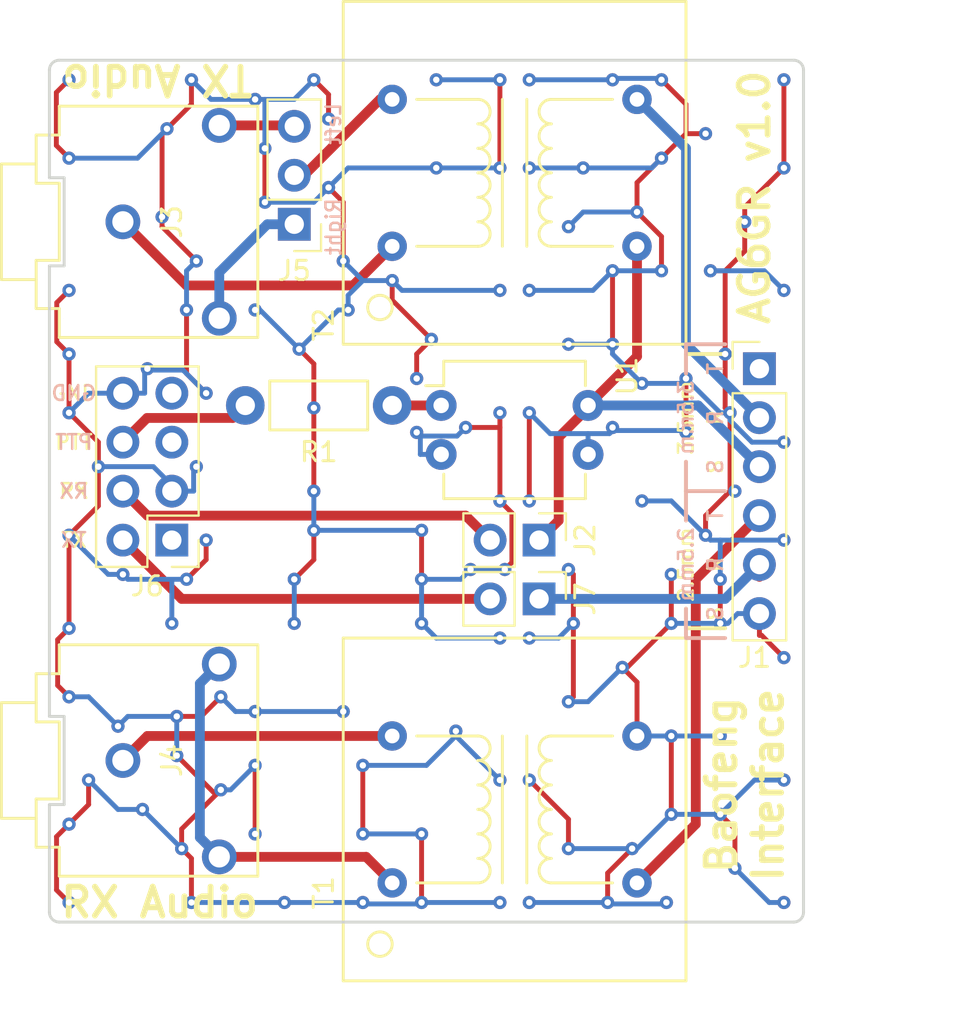
<source format=kicad_pcb>
(kicad_pcb (version 20171130) (host pcbnew "(5.1.12)-1")

  (general
    (thickness 1.6)
    (drawings 62)
    (tracks 302)
    (zones 0)
    (modules 144)
    (nets 21)
  )

  (page USLetter)
  (title_block
    (title "Baofeng Isolated Audio Interface")
    (date 2017-05-28)
    (rev v0.1)
    (company AG6GR)
  )

  (layers
    (0 F.Cu signal)
    (31 B.Cu signal)
    (33 F.Adhes user)
    (35 F.Paste user)
    (36 B.SilkS user)
    (37 F.SilkS user)
    (39 F.Mask user)
    (40 Dwgs.User user)
    (41 Cmts.User user)
    (42 Eco1.User user)
    (43 Eco2.User user)
    (44 Edge.Cuts user)
    (45 Margin user)
    (47 F.CrtYd user)
    (49 F.Fab user)
  )

  (setup
    (last_trace_width 0.254)
    (user_trace_width 0.254)
    (user_trace_width 0.508)
    (trace_clearance 0.1524)
    (zone_clearance 0.508)
    (zone_45_only no)
    (trace_min 0.1524)
    (via_size 0.6858)
    (via_drill 0.3302)
    (via_min_size 0.6858)
    (via_min_drill 0.3302)
    (uvia_size 0.762)
    (uvia_drill 0.508)
    (uvias_allowed no)
    (uvia_min_size 0)
    (uvia_min_drill 0)
    (edge_width 0.15)
    (segment_width 0.2)
    (pcb_text_width 0.3)
    (pcb_text_size 1.5 1.5)
    (mod_edge_width 0.15)
    (mod_text_size 1 1)
    (mod_text_width 0.15)
    (pad_size 1.99898 1.99898)
    (pad_drill 1.00076)
    (pad_to_mask_clearance 0.2)
    (aux_axis_origin 0 0)
    (visible_elements 7FFFFFFF)
    (pcbplotparams
      (layerselection 0x00030_80000001)
      (usegerberextensions false)
      (usegerberattributes true)
      (usegerberadvancedattributes true)
      (creategerberjobfile true)
      (excludeedgelayer true)
      (linewidth 0.100000)
      (plotframeref false)
      (viasonmask false)
      (mode 1)
      (useauxorigin false)
      (hpglpennumber 1)
      (hpglpenspeed 20)
      (hpglpendiameter 15.000000)
      (psnegative false)
      (psa4output false)
      (plotreference true)
      (plotvalue true)
      (plotinvisibletext false)
      (padsonsilk false)
      (subtractmaskfromsilk false)
      (outputformat 1)
      (mirror false)
      (drillshape 1)
      (scaleselection 1)
      (outputdirectory ""))
  )

  (net 0 "")
  (net 1 RX_AUDIO)
  (net 2 +5V)
  (net 3 SERIAL_RX)
  (net 4 SERIAL_TX)
  (net 5 GND)
  (net 6 TX_RIGHT+)
  (net 7 TX_LEFT+)
  (net 8 TX_AUDIO+)
  (net 9 TX_AUDIO-)
  (net 10 GNDA)
  (net 11 "Net-(J3-Pad1)")
  (net 12 "Net-(J4-Pad1)")
  (net 13 "Net-(J4-Pad2)")
  (net 14 "Net-(J5-Pad2)")
  (net 15 "Net-(J6-Pad5)")
  (net 16 PTT_B)
  (net 17 "Net-(J6-Pad7)")
  (net 18 "Net-(R1-Pad1)")
  (net 19 "Net-(J1-Pad5)")
  (net 20 "Net-(J6-Pad1)")

  (net_class Default "This is the default net class."
    (clearance 0.1524)
    (trace_width 0.254)
    (via_dia 0.6858)
    (via_drill 0.3302)
    (uvia_dia 0.762)
    (uvia_drill 0.508)
    (add_net +5V)
    (add_net GND)
    (add_net GNDA)
    (add_net "Net-(J1-Pad5)")
    (add_net "Net-(J3-Pad1)")
    (add_net "Net-(J4-Pad1)")
    (add_net "Net-(J4-Pad2)")
    (add_net "Net-(J5-Pad2)")
    (add_net "Net-(J6-Pad1)")
    (add_net "Net-(J6-Pad5)")
    (add_net "Net-(J6-Pad7)")
    (add_net "Net-(R1-Pad1)")
    (add_net PTT_B)
    (add_net RX_AUDIO)
    (add_net SERIAL_RX)
    (add_net SERIAL_TX)
    (add_net TX_AUDIO+)
    (add_net TX_AUDIO-)
    (add_net TX_LEFT+)
    (add_net TX_RIGHT+)
  )

  (module Vias:VIA_13_7 (layer F.Cu) (tedit 593B6592) (tstamp 0)
    (at 132.334 121.412)
    (descr "Via, 13mm hole, 7mm annular ring")
    (tags via)
    (fp_text reference REF**_133 (at 0 2.5) (layer F.SilkS) hide
      (effects (font (size 1 1) (thickness 0.15)))
    )
    (fp_text value VIA_13_7 (at 0 -2.5) (layer F.Fab) hide
      (effects (font (size 1 1) (thickness 0.15)))
    )
    (pad 1 thru_hole circle (at 0 0) (size 0.6858 0.6858) (drill 0.3302) (layers *.Cu)
      (net 10 GNDA) (zone_connect 2))
  )

  (module Vias:VIA_13_7 (layer F.Cu) (tedit 593B6592) (tstamp 0)
    (at 128.524 113.284)
    (descr "Via, 13mm hole, 7mm annular ring")
    (tags via)
    (fp_text reference REF**_132 (at 0 2.5) (layer F.SilkS) hide
      (effects (font (size 1 1) (thickness 0.15)))
    )
    (fp_text value VIA_13_7 (at 0 -2.5) (layer F.Fab) hide
      (effects (font (size 1 1) (thickness 0.15)))
    )
    (pad 1 thru_hole circle (at 0 0) (size 0.6858 0.6858) (drill 0.3302) (layers *.Cu)
      (net 10 GNDA) (zone_connect 2))
  )

  (module Vias:VIA_13_7 (layer F.Cu) (tedit 593B6592) (tstamp 5943E45D)
    (at 137.668 113.03)
    (descr "Via, 13mm hole, 7mm annular ring")
    (tags via)
    (fp_text reference REF**_131 (at 0 2.5) (layer F.SilkS) hide
      (effects (font (size 1 1) (thickness 0.15)))
    )
    (fp_text value VIA_13_7 (at 0 -2.5) (layer F.Fab) hide
      (effects (font (size 1 1) (thickness 0.15)))
    )
    (pad 1 thru_hole circle (at 0 0) (size 0.6858 0.6858) (drill 0.3302) (layers *.Cu)
      (net 10 GNDA) (zone_connect 2))
  )

  (module Vias:VIA_13_7 (layer F.Cu) (tedit 593B6592) (tstamp 0)
    (at 131.318 136.144)
    (descr "Via, 13mm hole, 7mm annular ring")
    (tags via)
    (fp_text reference REF**_130 (at 0 2.5) (layer F.SilkS) hide
      (effects (font (size 1 1) (thickness 0.15)))
    )
    (fp_text value VIA_13_7 (at 0 -2.5) (layer F.Fab) hide
      (effects (font (size 1 1) (thickness 0.15)))
    )
    (pad 1 thru_hole circle (at 0 0) (size 0.6858 0.6858) (drill 0.3302) (layers *.Cu)
      (net 10 GNDA) (zone_connect 2))
  )

  (module Vias:VIA_13_7 (layer F.Cu) (tedit 593B6592) (tstamp 0)
    (at 132.334 127.508)
    (descr "Via, 13mm hole, 7mm annular ring")
    (tags via)
    (fp_text reference REF**_129 (at 0 2.5) (layer F.SilkS) hide
      (effects (font (size 1 1) (thickness 0.15)))
    )
    (fp_text value VIA_13_7 (at 0 -2.5) (layer F.Fab) hide
      (effects (font (size 1 1) (thickness 0.15)))
    )
    (pad 1 thru_hole circle (at 0 0) (size 0.6858 0.6858) (drill 0.3302) (layers *.Cu)
      (net 10 GNDA) (zone_connect 2))
  )

  (module Vias:VIA_13_7 (layer F.Cu) (tedit 593B6592) (tstamp 0)
    (at 137.16 146.558)
    (descr "Via, 13mm hole, 7mm annular ring")
    (tags via)
    (fp_text reference REF**_128 (at 0 2.5) (layer F.SilkS) hide
      (effects (font (size 1 1) (thickness 0.15)))
    )
    (fp_text value VIA_13_7 (at 0 -2.5) (layer F.Fab) hide
      (effects (font (size 1 1) (thickness 0.15)))
    )
    (pad 1 thru_hole circle (at 0 0) (size 0.6858 0.6858) (drill 0.3302) (layers *.Cu)
      (net 10 GNDA) (zone_connect 2))
  )

  (module Vias:VIA_13_7 (layer F.Cu) (tedit 593B6592) (tstamp 5943E44D)
    (at 128.524 145.542)
    (descr "Via, 13mm hole, 7mm annular ring")
    (tags via)
    (fp_text reference REF**_127 (at 0 2.5) (layer F.SilkS) hide
      (effects (font (size 1 1) (thickness 0.15)))
    )
    (fp_text value VIA_13_7 (at 0 -2.5) (layer F.Fab) hide
      (effects (font (size 1 1) (thickness 0.15)))
    )
    (pad 1 thru_hole circle (at 0 0) (size 0.6858 0.6858) (drill 0.3302) (layers *.Cu)
      (net 10 GNDA) (zone_connect 2))
  )

  (module Vias:VIA_13_7 (layer F.Cu) (tedit 593B6592) (tstamp 0)
    (at 128.524 137.922)
    (descr "Via, 13mm hole, 7mm annular ring")
    (tags via)
    (fp_text reference REF**_126 (at 0 2.5) (layer F.SilkS) hide
      (effects (font (size 1 1) (thickness 0.15)))
    )
    (fp_text value VIA_13_7 (at 0 -2.5) (layer F.Fab) hide
      (effects (font (size 1 1) (thickness 0.15)))
    )
    (pad 1 thru_hole circle (at 0 0) (size 0.6858 0.6858) (drill 0.3302) (layers *.Cu)
      (net 10 GNDA) (zone_connect 2))
  )

  (module Vias:VIA_13_7 (layer F.Cu) (tedit 593B6592) (tstamp 0)
    (at 128.524 119.38)
    (descr "Via, 13mm hole, 7mm annular ring")
    (tags via)
    (fp_text reference REF**_125 (at 0 2.5) (layer F.SilkS) hide
      (effects (font (size 1 1) (thickness 0.15)))
    )
    (fp_text value VIA_13_7 (at 0 -2.5) (layer F.Fab) hide
      (effects (font (size 1 1) (thickness 0.15)))
    )
    (pad 1 thru_hole circle (at 0 0) (size 0.6858 0.6858) (drill 0.3302) (layers *.Cu)
      (net 10 GNDA) (zone_connect 2))
  )

  (module Vias:VIA_13_7 (layer F.Cu) (tedit 593B6592) (tstamp 0)
    (at 129.286 110.236)
    (descr "Via, 13mm hole, 7mm annular ring")
    (tags via)
    (fp_text reference REF**_124 (at 0 2.5) (layer F.SilkS) hide
      (effects (font (size 1 1) (thickness 0.15)))
    )
    (fp_text value VIA_13_7 (at 0 -2.5) (layer F.Fab) hide
      (effects (font (size 1 1) (thickness 0.15)))
    )
    (pad 1 thru_hole circle (at 0 0) (size 0.6858 0.6858) (drill 0.3302) (layers *.Cu)
      (net 10 GNDA) (zone_connect 2))
  )

  (module Vias:VIA_13_7 (layer F.Cu) (tedit 593B6592) (tstamp 5943E43D)
    (at 135.636 129.286)
    (descr "Via, 13mm hole, 7mm annular ring")
    (tags via)
    (fp_text reference REF**_123 (at 0 2.5) (layer F.SilkS) hide
      (effects (font (size 1 1) (thickness 0.15)))
    )
    (fp_text value VIA_13_7 (at 0 -2.5) (layer F.Fab) hide
      (effects (font (size 1 1) (thickness 0.15)))
    )
    (pad 1 thru_hole circle (at 0 0) (size 0.6858 0.6858) (drill 0.3302) (layers *.Cu)
      (net 10 GNDA) (zone_connect 2))
  )

  (module Vias:VIA_13_7 (layer F.Cu) (tedit 593B6592) (tstamp 0)
    (at 132.08 112.522)
    (descr "Via, 13mm hole, 7mm annular ring")
    (tags via)
    (fp_text reference REF**_122 (at 0 2.5) (layer F.SilkS) hide
      (effects (font (size 1 1) (thickness 0.15)))
    )
    (fp_text value VIA_13_7 (at 0 -2.5) (layer F.Fab) hide
      (effects (font (size 1 1) (thickness 0.15)))
    )
    (pad 1 thru_hole circle (at 0 0) (size 0.6858 0.6858) (drill 0.3302) (layers *.Cu)
      (net 10 GNDA) (zone_connect 2))
  )

  (module Vias:VIA_13_7 (layer F.Cu) (tedit 593B6592) (tstamp 0)
    (at 130.81 115.57)
    (descr "Via, 13mm hole, 7mm annular ring")
    (tags via)
    (fp_text reference REF**_121 (at 0 2.5) (layer F.SilkS) hide
      (effects (font (size 1 1) (thickness 0.15)))
    )
    (fp_text value VIA_13_7 (at 0 -2.5) (layer F.Fab) hide
      (effects (font (size 1 1) (thickness 0.15)))
    )
    (pad 1 thru_hole circle (at 0 0) (size 0.6858 0.6858) (drill 0.3302) (layers *.Cu)
      (net 10 GNDA) (zone_connect 2))
  )

  (module Vias:VIA_13_7 (layer F.Cu) (tedit 593B6592) (tstamp 0)
    (at 130.81 119.38)
    (descr "Via, 13mm hole, 7mm annular ring")
    (tags via)
    (fp_text reference REF**_120 (at 0 2.5) (layer F.SilkS) hide
      (effects (font (size 1 1) (thickness 0.15)))
    )
    (fp_text value VIA_13_7 (at 0 -2.5) (layer F.Fab) hide
      (effects (font (size 1 1) (thickness 0.15)))
    )
    (pad 1 thru_hole circle (at 0 0) (size 0.6858 0.6858) (drill 0.3302) (layers *.Cu)
      (net 10 GNDA) (zone_connect 2))
  )

  (module Vias:VIA_13_7 (layer F.Cu) (tedit 593B6592) (tstamp 5943E42D)
    (at 133.858 139.7)
    (descr "Via, 13mm hole, 7mm annular ring")
    (tags via)
    (fp_text reference REF**_119 (at 0 2.5) (layer F.SilkS) hide
      (effects (font (size 1 1) (thickness 0.15)))
    )
    (fp_text value VIA_13_7 (at 0 -2.5) (layer F.Fab) hide
      (effects (font (size 1 1) (thickness 0.15)))
    )
    (pad 1 thru_hole circle (at 0 0) (size 0.6858 0.6858) (drill 0.3302) (layers *.Cu)
      (net 10 GNDA) (zone_connect 2))
  )

  (module Vias:VIA_13_7 (layer F.Cu) (tedit 593B6592) (tstamp 0)
    (at 136.398 139.7)
    (descr "Via, 13mm hole, 7mm annular ring")
    (tags via)
    (fp_text reference REF**_118 (at 0 2.5) (layer F.SilkS) hide
      (effects (font (size 1 1) (thickness 0.15)))
    )
    (fp_text value VIA_13_7 (at 0 -2.5) (layer F.Fab) hide
      (effects (font (size 1 1) (thickness 0.15)))
    )
    (pad 1 thru_hole circle (at 0 0) (size 0.6858 0.6858) (drill 0.3302) (layers *.Cu)
      (net 10 GNDA) (zone_connect 2))
  )

  (module Vias:VIA_13_7 (layer F.Cu) (tedit 593B6592) (tstamp 0)
    (at 136.398 143.764)
    (descr "Via, 13mm hole, 7mm annular ring")
    (tags via)
    (fp_text reference REF**_117 (at 0 2.5) (layer F.SilkS) hide
      (effects (font (size 1 1) (thickness 0.15)))
    )
    (fp_text value VIA_13_7 (at 0 -2.5) (layer F.Fab) hide
      (effects (font (size 1 1) (thickness 0.15)))
    )
    (pad 1 thru_hole circle (at 0 0) (size 0.6858 0.6858) (drill 0.3302) (layers *.Cu)
      (net 10 GNDA) (zone_connect 2))
  )

  (module Vias:VIA_13_7 (layer F.Cu) (tedit 593B6592) (tstamp 0)
    (at 131.826 145.542)
    (descr "Via, 13mm hole, 7mm annular ring")
    (tags via)
    (fp_text reference REF**_116 (at 0 2.5) (layer F.SilkS) hide
      (effects (font (size 1 1) (thickness 0.15)))
    )
    (fp_text value VIA_13_7 (at 0 -2.5) (layer F.Fab) hide
      (effects (font (size 1 1) (thickness 0.15)))
    )
    (pad 1 thru_hole circle (at 0 0) (size 0.6858 0.6858) (drill 0.3302) (layers *.Cu)
      (net 10 GNDA) (zone_connect 2))
  )

  (module Vias:VIA_13_7 (layer F.Cu) (tedit 593B6592) (tstamp 5943E41D)
    (at 133.858 143.764)
    (descr "Via, 13mm hole, 7mm annular ring")
    (tags via)
    (fp_text reference REF**_115 (at 0 2.5) (layer F.SilkS) hide
      (effects (font (size 1 1) (thickness 0.15)))
    )
    (fp_text value VIA_13_7 (at 0 -2.5) (layer F.Fab) hide
      (effects (font (size 1 1) (thickness 0.15)))
    )
    (pad 1 thru_hole circle (at 0 0) (size 0.6858 0.6858) (drill 0.3302) (layers *.Cu)
      (net 10 GNDA) (zone_connect 2))
  )

  (module Vias:VIA_13_7 (layer F.Cu) (tedit 593B6592) (tstamp 0)
    (at 134.62 123.952)
    (descr "Via, 13mm hole, 7mm annular ring")
    (tags via)
    (fp_text reference REF**_114 (at 0 2.5) (layer F.SilkS) hide
      (effects (font (size 1 1) (thickness 0.15)))
    )
    (fp_text value VIA_13_7 (at 0 -2.5) (layer F.Fab) hide
      (effects (font (size 1 1) (thickness 0.15)))
    )
    (pad 1 thru_hole circle (at 0 0) (size 0.6858 0.6858) (drill 0.3302) (layers *.Cu)
      (net 10 GNDA) (zone_connect 2))
  )

  (module Vias:VIA_13_7 (layer F.Cu) (tedit 593B6592) (tstamp 0)
    (at 137.16 127)
    (descr "Via, 13mm hole, 7mm annular ring")
    (tags via)
    (fp_text reference REF**_113 (at 0 2.5) (layer F.SilkS) hide
      (effects (font (size 1 1) (thickness 0.15)))
    )
    (fp_text value VIA_13_7 (at 0 -2.5) (layer F.Fab) hide
      (effects (font (size 1 1) (thickness 0.15)))
    )
    (pad 1 thru_hole circle (at 0 0) (size 0.6858 0.6858) (drill 0.3302) (layers *.Cu)
      (net 10 GNDA) (zone_connect 2))
  )

  (module Vias:VIA_13_7 (layer F.Cu) (tedit 593B6592) (tstamp 0)
    (at 130.556 148.336)
    (descr "Via, 13mm hole, 7mm annular ring")
    (tags via)
    (fp_text reference REF**_112 (at 0 2.5) (layer F.SilkS) hide
      (effects (font (size 1 1) (thickness 0.15)))
    )
    (fp_text value VIA_13_7 (at 0 -2.5) (layer F.Fab) hide
      (effects (font (size 1 1) (thickness 0.15)))
    )
    (pad 1 thru_hole circle (at 0 0) (size 0.6858 0.6858) (drill 0.3302) (layers *.Cu)
      (net 10 GNDA) (zone_connect 2))
  )

  (module Vias:VIA_13_7 (layer F.Cu) (tedit 593B6592) (tstamp 5943E40D)
    (at 133.858 131.318)
    (descr "Via, 13mm hole, 7mm annular ring")
    (tags via)
    (fp_text reference REF**_111 (at 0 2.5) (layer F.SilkS) hide
      (effects (font (size 1 1) (thickness 0.15)))
    )
    (fp_text value VIA_13_7 (at 0 -2.5) (layer F.Fab) hide
      (effects (font (size 1 1) (thickness 0.15)))
    )
    (pad 1 thru_hole circle (at 0 0) (size 0.6858 0.6858) (drill 0.3302) (layers *.Cu)
      (net 10 GNDA) (zone_connect 2))
  )

  (module Vias:VIA_13_7 (layer F.Cu) (tedit 593B6592) (tstamp 0)
    (at 133.858 133.858)
    (descr "Via, 13mm hole, 7mm annular ring")
    (tags via)
    (fp_text reference REF**_110 (at 0 2.5) (layer F.SilkS) hide
      (effects (font (size 1 1) (thickness 0.15)))
    )
    (fp_text value VIA_13_7 (at 0 -2.5) (layer F.Fab) hide
      (effects (font (size 1 1) (thickness 0.15)))
    )
    (pad 1 thru_hole circle (at 0 0) (size 0.6858 0.6858) (drill 0.3302) (layers *.Cu)
      (net 10 GNDA) (zone_connect 2))
  )

  (module Vias:VIA_13_7 (layer F.Cu) (tedit 593B6592) (tstamp 0)
    (at 136.398 131.572)
    (descr "Via, 13mm hole, 7mm annular ring")
    (tags via)
    (fp_text reference REF**_109 (at 0 2.5) (layer F.SilkS) hide
      (effects (font (size 1 1) (thickness 0.15)))
    )
    (fp_text value VIA_13_7 (at 0 -2.5) (layer F.Fab) hide
      (effects (font (size 1 1) (thickness 0.15)))
    )
    (pad 1 thru_hole circle (at 0 0) (size 0.6858 0.6858) (drill 0.3302) (layers *.Cu)
      (net 10 GNDA) (zone_connect 2))
  )

  (module Vias:VIA_13_7 (layer F.Cu) (tedit 593B6592) (tstamp 0)
    (at 136.398 133.858)
    (descr "Via, 13mm hole, 7mm annular ring")
    (tags via)
    (fp_text reference REF**_108 (at 0 2.5) (layer F.SilkS) hide
      (effects (font (size 1 1) (thickness 0.15)))
    )
    (fp_text value VIA_13_7 (at 0 -2.5) (layer F.Fab) hide
      (effects (font (size 1 1) (thickness 0.15)))
    )
    (pad 1 thru_hole circle (at 0 0) (size 0.6858 0.6858) (drill 0.3302) (layers *.Cu)
      (net 10 GNDA) (zone_connect 2))
  )

  (module Vias:VIA_13_7 (layer F.Cu) (tedit 593B6592) (tstamp 5943E3FC)
    (at 128.778 133.858)
    (descr "Via, 13mm hole, 7mm annular ring")
    (tags via)
    (fp_text reference REF**_107 (at 0 2.5) (layer F.SilkS) hide
      (effects (font (size 1 1) (thickness 0.15)))
    )
    (fp_text value VIA_13_7 (at 0 -2.5) (layer F.Fab) hide
      (effects (font (size 1 1) (thickness 0.15)))
    )
    (pad 1 thru_hole circle (at 0 0) (size 0.6858 0.6858) (drill 0.3302) (layers *.Cu)
      (net 10 GNDA) (zone_connect 2))
  )

  (module Vias:VIA_13_7 (layer F.Cu) (tedit 593B6187) (tstamp 5943E3F7)
    (at 125.222 131.064)
    (descr "Via, 13mm hole, 7mm annular ring")
    (tags via)
    (fp_text reference REF**_106 (at 0 2.5) (layer F.SilkS) hide
      (effects (font (size 1 1) (thickness 0.15)))
    )
    (fp_text value VIA_13_7 (at 0 -2.5) (layer F.Fab) hide
      (effects (font (size 1 1) (thickness 0.15)))
    )
    (pad 1 thru_hole circle (at 0 0) (size 0.6858 0.6858) (drill 0.3302) (layers *.Cu)
      (net 5 GND) (zone_connect 2))
  )

  (module Vias:VIA_13_7 (layer F.Cu) (tedit 593B6592) (tstamp 5943E3F2)
    (at 128.524 131.064)
    (descr "Via, 13mm hole, 7mm annular ring")
    (tags via)
    (fp_text reference REF**_105 (at 0 2.5) (layer F.SilkS) hide
      (effects (font (size 1 1) (thickness 0.15)))
    )
    (fp_text value VIA_13_7 (at 0 -2.5) (layer F.Fab) hide
      (effects (font (size 1 1) (thickness 0.15)))
    )
    (pad 1 thru_hole circle (at 0 0) (size 0.6858 0.6858) (drill 0.3302) (layers *.Cu)
      (net 10 GNDA) (zone_connect 2))
  )

  (module Vias:VIA_13_7 (layer F.Cu) (tedit 593B6592) (tstamp 5943E3EE)
    (at 130.81 123.698)
    (descr "Via, 13mm hole, 7mm annular ring")
    (tags via)
    (fp_text reference REF**_104 (at 0 2.5) (layer F.SilkS) hide
      (effects (font (size 1 1) (thickness 0.15)))
    )
    (fp_text value VIA_13_7 (at 0 -2.5) (layer F.Fab) hide
      (effects (font (size 1 1) (thickness 0.15)))
    )
    (pad 1 thru_hole circle (at 0 0) (size 0.6858 0.6858) (drill 0.3302) (layers *.Cu)
      (net 10 GNDA) (zone_connect 2))
  )

  (module Vias:VIA_13_7 (layer F.Cu) (tedit 593B6592) (tstamp 5943E3EA)
    (at 130.81 105.664)
    (descr "Via, 13mm hole, 7mm annular ring")
    (tags via)
    (fp_text reference REF**_103 (at 0 2.5) (layer F.SilkS) hide
      (effects (font (size 1 1) (thickness 0.15)))
    )
    (fp_text value VIA_13_7 (at 0 -2.5) (layer F.Fab) hide
      (effects (font (size 1 1) (thickness 0.15)))
    )
    (pad 1 thru_hole circle (at 0 0) (size 0.6858 0.6858) (drill 0.3302) (layers *.Cu)
      (net 10 GNDA) (zone_connect 2))
  )

  (module Vias:VIA_13_7 (layer F.Cu) (tedit 593B6592) (tstamp 5943E3E6)
    (at 135.89 115.57)
    (descr "Via, 13mm hole, 7mm annular ring")
    (tags via)
    (fp_text reference REF**_102 (at 0 2.5) (layer F.SilkS) hide
      (effects (font (size 1 1) (thickness 0.15)))
    )
    (fp_text value VIA_13_7 (at 0 -2.5) (layer F.Fab) hide
      (effects (font (size 1 1) (thickness 0.15)))
    )
    (pad 1 thru_hole circle (at 0 0) (size 0.6858 0.6858) (drill 0.3302) (layers *.Cu)
      (net 10 GNDA) (zone_connect 2))
  )

  (module Vias:VIA_13_7 (layer F.Cu) (tedit 593B6592) (tstamp 5943E3E2)
    (at 133.35 115.57)
    (descr "Via, 13mm hole, 7mm annular ring")
    (tags via)
    (fp_text reference REF**_101 (at 0 2.5) (layer F.SilkS) hide
      (effects (font (size 1 1) (thickness 0.15)))
    )
    (fp_text value VIA_13_7 (at 0 -2.5) (layer F.Fab) hide
      (effects (font (size 1 1) (thickness 0.15)))
    )
    (pad 1 thru_hole circle (at 0 0) (size 0.6858 0.6858) (drill 0.3302) (layers *.Cu)
      (net 10 GNDA) (zone_connect 2))
  )

  (module Vias:VIA_13_7 (layer F.Cu) (tedit 593B6592) (tstamp 5943E3DE)
    (at 135.636 108.458)
    (descr "Via, 13mm hole, 7mm annular ring")
    (tags via)
    (fp_text reference REF**_100 (at 0 2.5) (layer F.SilkS) hide
      (effects (font (size 1 1) (thickness 0.15)))
    )
    (fp_text value VIA_13_7 (at 0 -2.5) (layer F.Fab) hide
      (effects (font (size 1 1) (thickness 0.15)))
    )
    (pad 1 thru_hole circle (at 0 0) (size 0.6858 0.6858) (drill 0.3302) (layers *.Cu)
      (net 10 GNDA) (zone_connect 2))
  )

  (module Vias:VIA_13_7 (layer F.Cu) (tedit 593B6592) (tstamp 5943E3DA)
    (at 133.35 109.728)
    (descr "Via, 13mm hole, 7mm annular ring")
    (tags via)
    (fp_text reference REF**_99 (at 0 2.5) (layer F.SilkS) hide
      (effects (font (size 1 1) (thickness 0.15)))
    )
    (fp_text value VIA_13_7 (at 0 -2.5) (layer F.Fab) hide
      (effects (font (size 1 1) (thickness 0.15)))
    )
    (pad 1 thru_hole circle (at 0 0) (size 0.6858 0.6858) (drill 0.3302) (layers *.Cu)
      (net 10 GNDA) (zone_connect 2))
  )

  (module Vias:VIA_13_7 (layer F.Cu) (tedit 593B6592) (tstamp 5943E3D6)
    (at 136.652 119.888)
    (descr "Via, 13mm hole, 7mm annular ring")
    (tags via)
    (fp_text reference REF**_98 (at 0 2.5) (layer F.SilkS) hide
      (effects (font (size 1 1) (thickness 0.15)))
    )
    (fp_text value VIA_13_7 (at 0 -2.5) (layer F.Fab) hide
      (effects (font (size 1 1) (thickness 0.15)))
    )
    (pad 1 thru_hole circle (at 0 0) (size 0.6858 0.6858) (drill 0.3302) (layers *.Cu)
      (net 10 GNDA) (zone_connect 2))
  )

  (module Vias:VIA_13_7 (layer F.Cu) (tedit 593B6592) (tstamp 5943E3D2)
    (at 134.62 121.158)
    (descr "Via, 13mm hole, 7mm annular ring")
    (tags via)
    (fp_text reference REF**_97 (at 0 2.5) (layer F.SilkS) hide
      (effects (font (size 1 1) (thickness 0.15)))
    )
    (fp_text value VIA_13_7 (at 0 -2.5) (layer F.Fab) hide
      (effects (font (size 1 1) (thickness 0.15)))
    )
    (pad 1 thru_hole circle (at 0 0) (size 0.6858 0.6858) (drill 0.3302) (layers *.Cu)
      (net 10 GNDA) (zone_connect 2))
  )

  (module Vias:VIA_13_7 (layer F.Cu) (tedit 593B6592) (tstamp 5943E3CE)
    (at 136.906 122.936)
    (descr "Via, 13mm hole, 7mm annular ring")
    (tags via)
    (fp_text reference REF**_96 (at 0 2.5) (layer F.SilkS) hide
      (effects (font (size 1 1) (thickness 0.15)))
    )
    (fp_text value VIA_13_7 (at 0 -2.5) (layer F.Fab) hide
      (effects (font (size 1 1) (thickness 0.15)))
    )
    (pad 1 thru_hole circle (at 0 0) (size 0.6858 0.6858) (drill 0.3302) (layers *.Cu)
      (net 10 GNDA) (zone_connect 2))
  )

  (module Vias:VIA_13_7 (layer F.Cu) (tedit 593B6592) (tstamp 5943E3BC)
    (at 139.7 110.236)
    (descr "Via, 13mm hole, 7mm annular ring")
    (tags via)
    (fp_text reference REF**_95 (at 0 2.5) (layer F.SilkS) hide
      (effects (font (size 1 1) (thickness 0.15)))
    )
    (fp_text value VIA_13_7 (at 0 -2.5) (layer F.Fab) hide
      (effects (font (size 1 1) (thickness 0.15)))
    )
    (pad 1 thru_hole circle (at 0 0) (size 0.6858 0.6858) (drill 0.3302) (layers *.Cu)
      (net 10 GNDA) (zone_connect 2))
  )

  (module Vias:VIA_13_7 (layer F.Cu) (tedit 593B6592) (tstamp 5943E3B8)
    (at 139.7 116.586)
    (descr "Via, 13mm hole, 7mm annular ring")
    (tags via)
    (fp_text reference REF**_94 (at 0 2.5) (layer F.SilkS) hide
      (effects (font (size 1 1) (thickness 0.15)))
    )
    (fp_text value VIA_13_7 (at 0 -2.5) (layer F.Fab) hide
      (effects (font (size 1 1) (thickness 0.15)))
    )
    (pad 1 thru_hole circle (at 0 0) (size 0.6858 0.6858) (drill 0.3302) (layers *.Cu)
      (net 10 GNDA) (zone_connect 2))
  )

  (module Vias:VIA_13_7 (layer F.Cu) (tedit 593B6592) (tstamp 5943E3B4)
    (at 139.7 124.46)
    (descr "Via, 13mm hole, 7mm annular ring")
    (tags via)
    (fp_text reference REF**_93 (at 0 2.5) (layer F.SilkS) hide
      (effects (font (size 1 1) (thickness 0.15)))
    )
    (fp_text value VIA_13_7 (at 0 -2.5) (layer F.Fab) hide
      (effects (font (size 1 1) (thickness 0.15)))
    )
    (pad 1 thru_hole circle (at 0 0) (size 0.6858 0.6858) (drill 0.3302) (layers *.Cu)
      (net 10 GNDA) (zone_connect 2))
  )

  (module Vias:VIA_13_7 (layer F.Cu) (tedit 593B6592) (tstamp 5943E3B0)
    (at 139.7 129.54)
    (descr "Via, 13mm hole, 7mm annular ring")
    (tags via)
    (fp_text reference REF**_92 (at 0 2.5) (layer F.SilkS) hide
      (effects (font (size 1 1) (thickness 0.15)))
    )
    (fp_text value VIA_13_7 (at 0 -2.5) (layer F.Fab) hide
      (effects (font (size 1 1) (thickness 0.15)))
    )
    (pad 1 thru_hole circle (at 0 0) (size 0.6858 0.6858) (drill 0.3302) (layers *.Cu)
      (net 10 GNDA) (zone_connect 2))
  )

  (module Vias:VIA_13_7 (layer F.Cu) (tedit 593B6592) (tstamp 5943E3AC)
    (at 139.7 135.636)
    (descr "Via, 13mm hole, 7mm annular ring")
    (tags via)
    (fp_text reference REF**_91 (at 0 2.5) (layer F.SilkS) hide
      (effects (font (size 1 1) (thickness 0.15)))
    )
    (fp_text value VIA_13_7 (at 0 -2.5) (layer F.Fab) hide
      (effects (font (size 1 1) (thickness 0.15)))
    )
    (pad 1 thru_hole circle (at 0 0) (size 0.6858 0.6858) (drill 0.3302) (layers *.Cu)
      (net 10 GNDA) (zone_connect 2))
  )

  (module Vias:VIA_13_7 (layer F.Cu) (tedit 593B6592) (tstamp 5943E3A8)
    (at 139.7 141.986)
    (descr "Via, 13mm hole, 7mm annular ring")
    (tags via)
    (fp_text reference REF**_90 (at 0 2.5) (layer F.SilkS) hide
      (effects (font (size 1 1) (thickness 0.15)))
    )
    (fp_text value VIA_13_7 (at 0 -2.5) (layer F.Fab) hide
      (effects (font (size 1 1) (thickness 0.15)))
    )
    (pad 1 thru_hole circle (at 0 0) (size 0.6858 0.6858) (drill 0.3302) (layers *.Cu)
      (net 10 GNDA) (zone_connect 2))
  )

  (module Vias:VIA_13_7 (layer F.Cu) (tedit 593B6592) (tstamp 0)
    (at 139.7 148.336)
    (descr "Via, 13mm hole, 7mm annular ring")
    (tags via)
    (fp_text reference REF**_89 (at 0 2.5) (layer F.SilkS) hide
      (effects (font (size 1 1) (thickness 0.15)))
    )
    (fp_text value VIA_13_7 (at 0 -2.5) (layer F.Fab) hide
      (effects (font (size 1 1) (thickness 0.15)))
    )
    (pad 1 thru_hole circle (at 0 0) (size 0.6858 0.6858) (drill 0.3302) (layers *.Cu)
      (net 10 GNDA) (zone_connect 2))
  )

  (module Vias:VIA_13_7 (layer F.Cu) (tedit 593B6592) (tstamp 0)
    (at 133.604 148.336)
    (descr "Via, 13mm hole, 7mm annular ring")
    (tags via)
    (fp_text reference REF**_88 (at 0 2.5) (layer F.SilkS) hide
      (effects (font (size 1 1) (thickness 0.15)))
    )
    (fp_text value VIA_13_7 (at 0 -2.5) (layer F.Fab) hide
      (effects (font (size 1 1) (thickness 0.15)))
    )
    (pad 1 thru_hole circle (at 0 0) (size 0.6858 0.6858) (drill 0.3302) (layers *.Cu)
      (net 10 GNDA) (zone_connect 2))
  )

  (module Vias:VIA_13_7 (layer F.Cu) (tedit 593B6592) (tstamp 0)
    (at 126.492 148.336)
    (descr "Via, 13mm hole, 7mm annular ring")
    (tags via)
    (fp_text reference REF**_87 (at 0 2.5) (layer F.SilkS) hide
      (effects (font (size 1 1) (thickness 0.15)))
    )
    (fp_text value VIA_13_7 (at 0 -2.5) (layer F.Fab) hide
      (effects (font (size 1 1) (thickness 0.15)))
    )
    (pad 1 thru_hole circle (at 0 0) (size 0.6858 0.6858) (drill 0.3302) (layers *.Cu)
      (net 10 GNDA) (zone_connect 2))
  )

  (module Vias:VIA_13_7 (layer F.Cu) (tedit 593B6592) (tstamp 5943E33D)
    (at 126.492 141.986)
    (descr "Via, 13mm hole, 7mm annular ring")
    (tags via)
    (fp_text reference REF**_86 (at 0 2.5) (layer F.SilkS) hide
      (effects (font (size 1 1) (thickness 0.15)))
    )
    (fp_text value VIA_13_7 (at 0 -2.5) (layer F.Fab) hide
      (effects (font (size 1 1) (thickness 0.15)))
    )
    (pad 1 thru_hole circle (at 0 0) (size 0.6858 0.6858) (drill 0.3302) (layers *.Cu)
      (net 10 GNDA) (zone_connect 2))
  )

  (module Vias:VIA_13_7 (layer F.Cu) (tedit 593B6592) (tstamp 0)
    (at 126.492 134.62)
    (descr "Via, 13mm hole, 7mm annular ring")
    (tags via)
    (fp_text reference REF**_85 (at 0 2.5) (layer F.SilkS) hide
      (effects (font (size 1 1) (thickness 0.15)))
    )
    (fp_text value VIA_13_7 (at 0 -2.5) (layer F.Fab) hide
      (effects (font (size 1 1) (thickness 0.15)))
    )
    (pad 1 thru_hole circle (at 0 0) (size 0.6858 0.6858) (drill 0.3302) (layers *.Cu)
      (net 10 GNDA) (zone_connect 2))
  )

  (module Vias:VIA_13_7 (layer F.Cu) (tedit 593B6592) (tstamp 0)
    (at 126.492 127.508)
    (descr "Via, 13mm hole, 7mm annular ring")
    (tags via)
    (fp_text reference REF**_84 (at 0 2.5) (layer F.SilkS) hide
      (effects (font (size 1 1) (thickness 0.15)))
    )
    (fp_text value VIA_13_7 (at 0 -2.5) (layer F.Fab) hide
      (effects (font (size 1 1) (thickness 0.15)))
    )
    (pad 1 thru_hole circle (at 0 0) (size 0.6858 0.6858) (drill 0.3302) (layers *.Cu)
      (net 10 GNDA) (zone_connect 2))
  )

  (module Vias:VIA_13_7 (layer F.Cu) (tedit 593B6592) (tstamp 0)
    (at 126.492 122.936)
    (descr "Via, 13mm hole, 7mm annular ring")
    (tags via)
    (fp_text reference REF**_83 (at 0 2.5) (layer F.SilkS) hide
      (effects (font (size 1 1) (thickness 0.15)))
    )
    (fp_text value VIA_13_7 (at 0 -2.5) (layer F.Fab) hide
      (effects (font (size 1 1) (thickness 0.15)))
    )
    (pad 1 thru_hole circle (at 0 0) (size 0.6858 0.6858) (drill 0.3302) (layers *.Cu)
      (net 10 GNDA) (zone_connect 2))
  )

  (module Vias:VIA_13_7 (layer F.Cu) (tedit 593B6592) (tstamp 5943E32D)
    (at 126.492 116.586)
    (descr "Via, 13mm hole, 7mm annular ring")
    (tags via)
    (fp_text reference REF**_82 (at 0 2.5) (layer F.SilkS) hide
      (effects (font (size 1 1) (thickness 0.15)))
    )
    (fp_text value VIA_13_7 (at 0 -2.5) (layer F.Fab) hide
      (effects (font (size 1 1) (thickness 0.15)))
    )
    (pad 1 thru_hole circle (at 0 0) (size 0.6858 0.6858) (drill 0.3302) (layers *.Cu)
      (net 10 GNDA) (zone_connect 2))
  )

  (module Vias:VIA_13_7 (layer F.Cu) (tedit 593B6592) (tstamp 0)
    (at 126.492 110.236)
    (descr "Via, 13mm hole, 7mm annular ring")
    (tags via)
    (fp_text reference REF**_81 (at 0 2.5) (layer F.SilkS) hide
      (effects (font (size 1 1) (thickness 0.15)))
    )
    (fp_text value VIA_13_7 (at 0 -2.5) (layer F.Fab) hide
      (effects (font (size 1 1) (thickness 0.15)))
    )
    (pad 1 thru_hole circle (at 0 0) (size 0.6858 0.6858) (drill 0.3302) (layers *.Cu)
      (net 10 GNDA) (zone_connect 2))
  )

  (module Vias:VIA_13_7 (layer F.Cu) (tedit 593B6592) (tstamp 5943E31F)
    (at 126.492 105.664)
    (descr "Via, 13mm hole, 7mm annular ring")
    (tags via)
    (fp_text reference REF**_80 (at 0 2.5) (layer F.SilkS) hide
      (effects (font (size 1 1) (thickness 0.15)))
    )
    (fp_text value VIA_13_7 (at 0 -2.5) (layer F.Fab) hide
      (effects (font (size 1 1) (thickness 0.15)))
    )
    (pad 1 thru_hole circle (at 0 0) (size 0.6858 0.6858) (drill 0.3302) (layers *.Cu)
      (net 10 GNDA) (zone_connect 2))
  )

  (module Vias:VIA_13_7 (layer F.Cu) (tedit 593B6592) (tstamp 5943E31A)
    (at 133.35 105.664)
    (descr "Via, 13mm hole, 7mm annular ring")
    (tags via)
    (fp_text reference REF**_79 (at 0 2.5) (layer F.SilkS) hide
      (effects (font (size 1 1) (thickness 0.15)))
    )
    (fp_text value VIA_13_7 (at 0 -2.5) (layer F.Fab) hide
      (effects (font (size 1 1) (thickness 0.15)))
    )
    (pad 1 thru_hole circle (at 0 0) (size 0.6858 0.6858) (drill 0.3302) (layers *.Cu)
      (net 10 GNDA) (zone_connect 2))
  )

  (module Vias:VIA_13_7 (layer F.Cu) (tedit 593B6187) (tstamp 5943E2AE)
    (at 108.204 138.684)
    (descr "Via, 13mm hole, 7mm annular ring")
    (tags via)
    (fp_text reference REF**_78 (at 0 2.5) (layer F.SilkS) hide
      (effects (font (size 1 1) (thickness 0.15)))
    )
    (fp_text value VIA_13_7 (at 0 -2.5) (layer F.Fab) hide
      (effects (font (size 1 1) (thickness 0.15)))
    )
    (pad 1 thru_hole circle (at 0 0) (size 0.6858 0.6858) (drill 0.3302) (layers *.Cu)
      (net 5 GND) (zone_connect 2))
  )

  (module Vias:VIA_13_7 (layer F.Cu) (tedit 593B6187) (tstamp 5943E2AA)
    (at 108.204 140.716)
    (descr "Via, 13mm hole, 7mm annular ring")
    (tags via)
    (fp_text reference REF**_77 (at 0 2.5) (layer F.SilkS) hide
      (effects (font (size 1 1) (thickness 0.15)))
    )
    (fp_text value VIA_13_7 (at 0 -2.5) (layer F.Fab) hide
      (effects (font (size 1 1) (thickness 0.15)))
    )
    (pad 1 thru_hole circle (at 0 0) (size 0.6858 0.6858) (drill 0.3302) (layers *.Cu)
      (net 5 GND) (zone_connect 2))
  )

  (module Vias:VIA_13_7 (layer F.Cu) (tedit 593B6187) (tstamp 5943E2A6)
    (at 108.458 145.542)
    (descr "Via, 13mm hole, 7mm annular ring")
    (tags via)
    (fp_text reference REF**_76 (at 0 2.5) (layer F.SilkS) hide
      (effects (font (size 1 1) (thickness 0.15)))
    )
    (fp_text value VIA_13_7 (at 0 -2.5) (layer F.Fab) hide
      (effects (font (size 1 1) (thickness 0.15)))
    )
    (pad 1 thru_hole circle (at 0 0) (size 0.6858 0.6858) (drill 0.3302) (layers *.Cu)
      (net 5 GND) (zone_connect 2))
  )

  (module Vias:VIA_13_7 (layer F.Cu) (tedit 593B6187) (tstamp 5943E2A2)
    (at 110.49 142.494)
    (descr "Via, 13mm hole, 7mm annular ring")
    (tags via)
    (fp_text reference REF**_75 (at 0 2.5) (layer F.SilkS) hide
      (effects (font (size 1 1) (thickness 0.15)))
    )
    (fp_text value VIA_13_7 (at 0 -2.5) (layer F.Fab) hide
      (effects (font (size 1 1) (thickness 0.15)))
    )
    (pad 1 thru_hole circle (at 0 0) (size 0.6858 0.6858) (drill 0.3302) (layers *.Cu)
      (net 5 GND) (zone_connect 2))
  )

  (module Vias:VIA_13_7 (layer F.Cu) (tedit 593B6187) (tstamp 5943E29E)
    (at 110.49 137.668)
    (descr "Via, 13mm hole, 7mm annular ring")
    (tags via)
    (fp_text reference REF**_74 (at 0 2.5) (layer F.SilkS) hide
      (effects (font (size 1 1) (thickness 0.15)))
    )
    (fp_text value VIA_13_7 (at 0 -2.5) (layer F.Fab) hide
      (effects (font (size 1 1) (thickness 0.15)))
    )
    (pad 1 thru_hole circle (at 0 0) (size 0.6858 0.6858) (drill 0.3302) (layers *.Cu)
      (net 5 GND) (zone_connect 2))
  )

  (module Vias:VIA_13_7 (layer F.Cu) (tedit 593B6187) (tstamp 5943E29A)
    (at 106.426 143.51)
    (descr "Via, 13mm hole, 7mm annular ring")
    (tags via)
    (fp_text reference REF**_73 (at 0 2.5) (layer F.SilkS) hide
      (effects (font (size 1 1) (thickness 0.15)))
    )
    (fp_text value VIA_13_7 (at 0 -2.5) (layer F.Fab) hide
      (effects (font (size 1 1) (thickness 0.15)))
    )
    (pad 1 thru_hole circle (at 0 0) (size 0.6858 0.6858) (drill 0.3302) (layers *.Cu)
      (net 5 GND) (zone_connect 2))
  )

  (module Vias:VIA_13_7 (layer F.Cu) (tedit 593B6187) (tstamp 5)
    (at 107.442 112.776)
    (descr "Via, 13mm hole, 7mm annular ring")
    (tags via)
    (fp_text reference REF**_72 (at 0 2.5) (layer F.SilkS) hide
      (effects (font (size 1 1) (thickness 0.15)))
    )
    (fp_text value VIA_13_7 (at 0 -2.5) (layer F.Fab) hide
      (effects (font (size 1 1) (thickness 0.15)))
    )
    (pad 1 thru_hole circle (at 0 0) (size 0.6858 0.6858) (drill 0.3302) (layers *.Cu)
      (net 5 GND) (zone_connect 2))
  )

  (module Vias:VIA_13_7 (layer F.Cu) (tedit 593B6187) (tstamp 5)
    (at 107.696 108.204)
    (descr "Via, 13mm hole, 7mm annular ring")
    (tags via)
    (fp_text reference REF**_71 (at 0 2.5) (layer F.SilkS) hide
      (effects (font (size 1 1) (thickness 0.15)))
    )
    (fp_text value VIA_13_7 (at 0 -2.5) (layer F.Fab) hide
      (effects (font (size 1 1) (thickness 0.15)))
    )
    (pad 1 thru_hole circle (at 0 0) (size 0.6858 0.6858) (drill 0.3302) (layers *.Cu)
      (net 5 GND) (zone_connect 2))
  )

  (module Vias:VIA_13_7 (layer F.Cu) (tedit 593B6187) (tstamp 5943E28E)
    (at 114.554 119.634)
    (descr "Via, 13mm hole, 7mm annular ring")
    (tags via)
    (fp_text reference REF**_70 (at 0 2.5) (layer F.SilkS) hide
      (effects (font (size 1 1) (thickness 0.15)))
    )
    (fp_text value VIA_13_7 (at 0 -2.5) (layer F.Fab) hide
      (effects (font (size 1 1) (thickness 0.15)))
    )
    (pad 1 thru_hole circle (at 0 0) (size 0.6858 0.6858) (drill 0.3302) (layers *.Cu)
      (net 5 GND) (zone_connect 2))
  )

  (module Vias:VIA_13_7 (layer F.Cu) (tedit 593B6187) (tstamp 5943E28A)
    (at 120.65 121.158)
    (descr "Via, 13mm hole, 7mm annular ring")
    (tags via)
    (fp_text reference REF**_69 (at 0 2.5) (layer F.SilkS) hide
      (effects (font (size 1 1) (thickness 0.15)))
    )
    (fp_text value VIA_13_7 (at 0 -2.5) (layer F.Fab) hide
      (effects (font (size 1 1) (thickness 0.15)))
    )
    (pad 1 thru_hole circle (at 0 0) (size 0.6858 0.6858) (drill 0.3302) (layers *.Cu)
      (net 5 GND) (zone_connect 2))
  )

  (module Vias:VIA_13_7 (layer F.Cu) (tedit 593B6187) (tstamp 5)
    (at 123.19 123.698)
    (descr "Via, 13mm hole, 7mm annular ring")
    (tags via)
    (fp_text reference REF**_68 (at 0 2.5) (layer F.SilkS) hide
      (effects (font (size 1 1) (thickness 0.15)))
    )
    (fp_text value VIA_13_7 (at 0 -2.5) (layer F.Fab) hide
      (effects (font (size 1 1) (thickness 0.15)))
    )
    (pad 1 thru_hole circle (at 0 0) (size 0.6858 0.6858) (drill 0.3302) (layers *.Cu)
      (net 5 GND) (zone_connect 2))
  )

  (module Vias:VIA_13_7 (layer F.Cu) (tedit 593B6187) (tstamp 5)
    (at 112.776 112.014)
    (descr "Via, 13mm hole, 7mm annular ring")
    (tags via)
    (fp_text reference REF**_67 (at 0 2.5) (layer F.SilkS) hide
      (effects (font (size 1 1) (thickness 0.15)))
    )
    (fp_text value VIA_13_7 (at 0 -2.5) (layer F.Fab) hide
      (effects (font (size 1 1) (thickness 0.15)))
    )
    (pad 1 thru_hole circle (at 0 0) (size 0.6858 0.6858) (drill 0.3302) (layers *.Cu)
      (net 5 GND) (zone_connect 2))
  )

  (module Vias:VIA_13_7 (layer F.Cu) (tedit 593B6187) (tstamp 5)
    (at 105.156 139.192)
    (descr "Via, 13mm hole, 7mm annular ring")
    (tags via)
    (fp_text reference REF**_66 (at 0 2.5) (layer F.SilkS) hide
      (effects (font (size 1 1) (thickness 0.15)))
    )
    (fp_text value VIA_13_7 (at 0 -2.5) (layer F.Fab) hide
      (effects (font (size 1 1) (thickness 0.15)))
    )
    (pad 1 thru_hole circle (at 0 0) (size 0.6858 0.6858) (drill 0.3302) (layers *.Cu)
      (net 5 GND) (zone_connect 2))
  )

  (module Vias:VIA_13_7 (layer F.Cu) (tedit 593B6187) (tstamp 5)
    (at 112.268 138.43)
    (descr "Via, 13mm hole, 7mm annular ring")
    (tags via)
    (fp_text reference REF**_65 (at 0 2.5) (layer F.SilkS) hide
      (effects (font (size 1 1) (thickness 0.15)))
    )
    (fp_text value VIA_13_7 (at 0 -2.5) (layer F.Fab) hide
      (effects (font (size 1 1) (thickness 0.15)))
    )
    (pad 1 thru_hole circle (at 0 0) (size 0.6858 0.6858) (drill 0.3302) (layers *.Cu)
      (net 5 GND) (zone_connect 2))
  )

  (module Vias:VIA_13_7 (layer F.Cu) (tedit 593B6187) (tstamp 5)
    (at 116.84 138.43)
    (descr "Via, 13mm hole, 7mm annular ring")
    (tags via)
    (fp_text reference REF**_64 (at 0 2.5) (layer F.SilkS) hide
      (effects (font (size 1 1) (thickness 0.15)))
    )
    (fp_text value VIA_13_7 (at 0 -2.5) (layer F.Fab) hide
      (effects (font (size 1 1) (thickness 0.15)))
    )
    (pad 1 thru_hole circle (at 0 0) (size 0.6858 0.6858) (drill 0.3302) (layers *.Cu)
      (net 5 GND) (zone_connect 2))
  )

  (module Vias:VIA_13_7 (layer F.Cu) (tedit 593B6187) (tstamp 5943E26C)
    (at 122.682 139.446)
    (descr "Via, 13mm hole, 7mm annular ring")
    (tags via)
    (fp_text reference REF**_63 (at 0 2.5) (layer F.SilkS) hide
      (effects (font (size 1 1) (thickness 0.15)))
    )
    (fp_text value VIA_13_7 (at 0 -2.5) (layer F.Fab) hide
      (effects (font (size 1 1) (thickness 0.15)))
    )
    (pad 1 thru_hole circle (at 0 0) (size 0.6858 0.6858) (drill 0.3302) (layers *.Cu)
      (net 5 GND) (zone_connect 2))
  )

  (module Vias:VIA_13_7 (layer F.Cu) (tedit 593B6187) (tstamp 5)
    (at 120.904 144.78)
    (descr "Via, 13mm hole, 7mm annular ring")
    (tags via)
    (fp_text reference REF**_62 (at 0 2.5) (layer F.SilkS) hide
      (effects (font (size 1 1) (thickness 0.15)))
    )
    (fp_text value VIA_13_7 (at 0 -2.5) (layer F.Fab) hide
      (effects (font (size 1 1) (thickness 0.15)))
    )
    (pad 1 thru_hole circle (at 0 0) (size 0.6858 0.6858) (drill 0.3302) (layers *.Cu)
      (net 5 GND) (zone_connect 2))
  )

  (module Vias:VIA_13_7 (layer F.Cu) (tedit 593B6187) (tstamp 5)
    (at 115.316 129.032)
    (descr "Via, 13mm hole, 7mm annular ring")
    (tags via)
    (fp_text reference REF**_61 (at 0 2.5) (layer F.SilkS) hide
      (effects (font (size 1 1) (thickness 0.15)))
    )
    (fp_text value VIA_13_7 (at 0 -2.5) (layer F.Fab) hide
      (effects (font (size 1 1) (thickness 0.15)))
    )
    (pad 1 thru_hole circle (at 0 0) (size 0.6858 0.6858) (drill 0.3302) (layers *.Cu)
      (net 5 GND) (zone_connect 2))
  )

  (module Vias:VIA_13_7 (layer F.Cu) (tedit 593B6187) (tstamp 5)
    (at 115.316 122.682)
    (descr "Via, 13mm hole, 7mm annular ring")
    (tags via)
    (fp_text reference REF**_60 (at 0 2.5) (layer F.SilkS) hide
      (effects (font (size 1 1) (thickness 0.15)))
    )
    (fp_text value VIA_13_7 (at 0 -2.5) (layer F.Fab) hide
      (effects (font (size 1 1) (thickness 0.15)))
    )
    (pad 1 thru_hole circle (at 0 0) (size 0.6858 0.6858) (drill 0.3302) (layers *.Cu)
      (net 5 GND) (zone_connect 2))
  )

  (module Vias:VIA_13_7 (layer F.Cu) (tedit 593B6187) (tstamp 5943E25C)
    (at 121.412 119.126)
    (descr "Via, 13mm hole, 7mm annular ring")
    (tags via)
    (fp_text reference REF**_59 (at 0 2.5) (layer F.SilkS) hide
      (effects (font (size 1 1) (thickness 0.15)))
    )
    (fp_text value VIA_13_7 (at 0 -2.5) (layer F.Fab) hide
      (effects (font (size 1 1) (thickness 0.15)))
    )
    (pad 1 thru_hole circle (at 0 0) (size 0.6858 0.6858) (drill 0.3302) (layers *.Cu)
      (net 5 GND) (zone_connect 2))
  )

  (module Vias:VIA_13_7 (layer F.Cu) (tedit 593B6187) (tstamp 5)
    (at 121.666 110.236)
    (descr "Via, 13mm hole, 7mm annular ring")
    (tags via)
    (fp_text reference REF**_58 (at 0 2.5) (layer F.SilkS) hide
      (effects (font (size 1 1) (thickness 0.15)))
    )
    (fp_text value VIA_13_7 (at 0 -2.5) (layer F.Fab) hide
      (effects (font (size 1 1) (thickness 0.15)))
    )
    (pad 1 thru_hole circle (at 0 0) (size 0.6858 0.6858) (drill 0.3302) (layers *.Cu)
      (net 5 GND) (zone_connect 2))
  )

  (module Vias:VIA_13_7 (layer F.Cu) (tedit 593B6187) (tstamp 5)
    (at 117.094 117.602)
    (descr "Via, 13mm hole, 7mm annular ring")
    (tags via)
    (fp_text reference REF**_57 (at 0 2.5) (layer F.SilkS) hide
      (effects (font (size 1 1) (thickness 0.15)))
    )
    (fp_text value VIA_13_7 (at 0 -2.5) (layer F.Fab) hide
      (effects (font (size 1 1) (thickness 0.15)))
    )
    (pad 1 thru_hole circle (at 0 0) (size 0.6858 0.6858) (drill 0.3302) (layers *.Cu)
      (net 5 GND) (zone_connect 2))
  )

  (module Vias:VIA_13_7 (layer F.Cu) (tedit 593B6187) (tstamp 5)
    (at 119.38 116.078)
    (descr "Via, 13mm hole, 7mm annular ring")
    (tags via)
    (fp_text reference REF**_56 (at 0 2.5) (layer F.SilkS) hide
      (effects (font (size 1 1) (thickness 0.15)))
    )
    (fp_text value VIA_13_7 (at 0 -2.5) (layer F.Fab) hide
      (effects (font (size 1 1) (thickness 0.15)))
    )
    (pad 1 thru_hole circle (at 0 0) (size 0.6858 0.6858) (drill 0.3302) (layers *.Cu)
      (net 5 GND) (zone_connect 2))
  )

  (module Vias:VIA_13_7 (layer F.Cu) (tedit 593B6592) (tstamp 5)
    (at 139.7 105.664)
    (descr "Via, 13mm hole, 7mm annular ring")
    (tags via)
    (fp_text reference REF**_55 (at 0 2.5) (layer F.SilkS) hide
      (effects (font (size 1 1) (thickness 0.15)))
    )
    (fp_text value VIA_13_7 (at 0 -2.5) (layer F.Fab) hide
      (effects (font (size 1 1) (thickness 0.15)))
    )
    (pad 1 thru_hole circle (at 0 0) (size 0.6858 0.6858) (drill 0.3302) (layers *.Cu)
      (net 10 GNDA) (zone_connect 2))
  )

  (module Vias:VIA_13_7 (layer F.Cu) (tedit 593B6187) (tstamp 5)
    (at 121.666 105.664)
    (descr "Via, 13mm hole, 7mm annular ring")
    (tags via)
    (fp_text reference REF**_54 (at 0 2.5) (layer F.SilkS) hide
      (effects (font (size 1 1) (thickness 0.15)))
    )
    (fp_text value VIA_13_7 (at 0 -2.5) (layer F.Fab) hide
      (effects (font (size 1 1) (thickness 0.15)))
    )
    (pad 1 thru_hole circle (at 0 0) (size 0.6858 0.6858) (drill 0.3302) (layers *.Cu)
      (net 5 GND) (zone_connect 2))
  )

  (module Vias:VIA_13_7 (layer F.Cu) (tedit 593B6187) (tstamp 5943E23F)
    (at 115.316 105.664)
    (descr "Via, 13mm hole, 7mm annular ring")
    (tags via)
    (fp_text reference REF**_53 (at 0 2.5) (layer F.SilkS) hide
      (effects (font (size 1 1) (thickness 0.15)))
    )
    (fp_text value VIA_13_7 (at 0 -2.5) (layer F.Fab) hide
      (effects (font (size 1 1) (thickness 0.15)))
    )
    (pad 1 thru_hole circle (at 0 0) (size 0.6858 0.6858) (drill 0.3302) (layers *.Cu)
      (net 5 GND) (zone_connect 2))
  )

  (module Vias:VIA_13_7 (layer F.Cu) (tedit 593B6187) (tstamp 5943E23B)
    (at 108.966 105.664)
    (descr "Via, 13mm hole, 7mm annular ring")
    (tags via)
    (fp_text reference REF**_52 (at 0 2.5) (layer F.SilkS) hide
      (effects (font (size 1 1) (thickness 0.15)))
    )
    (fp_text value VIA_13_7 (at 0 -2.5) (layer F.Fab) hide
      (effects (font (size 1 1) (thickness 0.15)))
    )
    (pad 1 thru_hole circle (at 0 0) (size 0.6858 0.6858) (drill 0.3302) (layers *.Cu)
      (net 5 GND) (zone_connect 2))
  )

  (module Vias:VIA_13_7 (layer F.Cu) (tedit 593B6187) (tstamp 5)
    (at 116.078 107.696)
    (descr "Via, 13mm hole, 7mm annular ring")
    (tags via)
    (fp_text reference REF**_51 (at 0 2.5) (layer F.SilkS) hide
      (effects (font (size 1 1) (thickness 0.15)))
    )
    (fp_text value VIA_13_7 (at 0 -2.5) (layer F.Fab) hide
      (effects (font (size 1 1) (thickness 0.15)))
    )
    (pad 1 thru_hole circle (at 0 0) (size 0.6858 0.6858) (drill 0.3302) (layers *.Cu)
      (net 5 GND) (zone_connect 2))
  )

  (module Vias:VIA_13_7 (layer F.Cu) (tedit 593B6187) (tstamp 5)
    (at 112.268 106.68)
    (descr "Via, 13mm hole, 7mm annular ring")
    (tags via)
    (fp_text reference REF**_50 (at 0 2.5) (layer F.SilkS) hide
      (effects (font (size 1 1) (thickness 0.15)))
    )
    (fp_text value VIA_13_7 (at 0 -2.5) (layer F.Fab) hide
      (effects (font (size 1 1) (thickness 0.15)))
    )
    (pad 1 thru_hole circle (at 0 0) (size 0.6858 0.6858) (drill 0.3302) (layers *.Cu)
      (net 5 GND) (zone_connect 2))
  )

  (module Vias:VIA_13_7 (layer F.Cu) (tedit 593B6187) (tstamp 5)
    (at 112.776 109.22)
    (descr "Via, 13mm hole, 7mm annular ring")
    (tags via)
    (fp_text reference REF**_49 (at 0 2.5) (layer F.SilkS) hide
      (effects (font (size 1 1) (thickness 0.15)))
    )
    (fp_text value VIA_13_7 (at 0 -2.5) (layer F.Fab) hide
      (effects (font (size 1 1) (thickness 0.15)))
    )
    (pad 1 thru_hole circle (at 0 0) (size 0.6858 0.6858) (drill 0.3302) (layers *.Cu)
      (net 5 GND) (zone_connect 2))
  )

  (module Vias:VIA_13_7 (layer F.Cu) (tedit 593B6187) (tstamp 5)
    (at 116.078 111.252)
    (descr "Via, 13mm hole, 7mm annular ring")
    (tags via)
    (fp_text reference REF**_48 (at 0 2.5) (layer F.SilkS) hide
      (effects (font (size 1 1) (thickness 0.15)))
    )
    (fp_text value VIA_13_7 (at 0 -2.5) (layer F.Fab) hide
      (effects (font (size 1 1) (thickness 0.15)))
    )
    (pad 1 thru_hole circle (at 0 0) (size 0.6858 0.6858) (drill 0.3302) (layers *.Cu)
      (net 5 GND) (zone_connect 2))
  )

  (module Vias:VIA_13_7 (layer F.Cu) (tedit 593B6187) (tstamp 5)
    (at 109.22 115.062)
    (descr "Via, 13mm hole, 7mm annular ring")
    (tags via)
    (fp_text reference REF**_47 (at 0 2.5) (layer F.SilkS) hide
      (effects (font (size 1 1) (thickness 0.15)))
    )
    (fp_text value VIA_13_7 (at 0 -2.5) (layer F.Fab) hide
      (effects (font (size 1 1) (thickness 0.15)))
    )
    (pad 1 thru_hole circle (at 0 0) (size 0.6858 0.6858) (drill 0.3302) (layers *.Cu)
      (net 5 GND) (zone_connect 2))
  )

  (module Vias:VIA_13_7 (layer F.Cu) (tedit 593B6187) (tstamp 5943E21D)
    (at 116.84 115.062)
    (descr "Via, 13mm hole, 7mm annular ring")
    (tags via)
    (fp_text reference REF**_46 (at 0 2.5) (layer F.SilkS) hide
      (effects (font (size 1 1) (thickness 0.15)))
    )
    (fp_text value VIA_13_7 (at 0 -2.5) (layer F.Fab) hide
      (effects (font (size 1 1) (thickness 0.15)))
    )
    (pad 1 thru_hole circle (at 0 0) (size 0.6858 0.6858) (drill 0.3302) (layers *.Cu)
      (net 5 GND) (zone_connect 2))
  )

  (module Vias:VIA_13_7 (layer F.Cu) (tedit 593B6187) (tstamp 5)
    (at 109.728 121.92)
    (descr "Via, 13mm hole, 7mm annular ring")
    (tags via)
    (fp_text reference REF**_45 (at 0 2.5) (layer F.SilkS) hide
      (effects (font (size 1 1) (thickness 0.15)))
    )
    (fp_text value VIA_13_7 (at 0 -2.5) (layer F.Fab) hide
      (effects (font (size 1 1) (thickness 0.15)))
    )
    (pad 1 thru_hole circle (at 0 0) (size 0.6858 0.6858) (drill 0.3302) (layers *.Cu)
      (net 5 GND) (zone_connect 2))
  )

  (module Vias:VIA_13_7 (layer F.Cu) (tedit 593B6187) (tstamp 5)
    (at 120.904 133.858)
    (descr "Via, 13mm hole, 7mm annular ring")
    (tags via)
    (fp_text reference REF**_44 (at 0 2.5) (layer F.SilkS) hide
      (effects (font (size 1 1) (thickness 0.15)))
    )
    (fp_text value VIA_13_7 (at 0 -2.5) (layer F.Fab) hide
      (effects (font (size 1 1) (thickness 0.15)))
    )
    (pad 1 thru_hole circle (at 0 0) (size 0.6858 0.6858) (drill 0.3302) (layers *.Cu)
      (net 5 GND) (zone_connect 2))
  )

  (module Vias:VIA_13_7 (layer F.Cu) (tedit 593B6187) (tstamp 5943E20D)
    (at 114.3 131.572)
    (descr "Via, 13mm hole, 7mm annular ring")
    (tags via)
    (fp_text reference REF**_43 (at 0 2.5) (layer F.SilkS) hide
      (effects (font (size 1 1) (thickness 0.15)))
    )
    (fp_text value VIA_13_7 (at 0 -2.5) (layer F.Fab) hide
      (effects (font (size 1 1) (thickness 0.15)))
    )
    (pad 1 thru_hole circle (at 0 0) (size 0.6858 0.6858) (drill 0.3302) (layers *.Cu)
      (net 5 GND) (zone_connect 2))
  )

  (module Vias:VIA_13_7 (layer F.Cu) (tedit 593B6187) (tstamp 5)
    (at 114.3 133.858)
    (descr "Via, 13mm hole, 7mm annular ring")
    (tags via)
    (fp_text reference REF**_42 (at 0 2.5) (layer F.SilkS) hide
      (effects (font (size 1 1) (thickness 0.15)))
    )
    (fp_text value VIA_13_7 (at 0 -2.5) (layer F.Fab) hide
      (effects (font (size 1 1) (thickness 0.15)))
    )
    (pad 1 thru_hole circle (at 0 0) (size 0.6858 0.6858) (drill 0.3302) (layers *.Cu)
      (net 5 GND) (zone_connect 2))
  )

  (module Vias:VIA_13_7 (layer F.Cu) (tedit 593B6187) (tstamp 5)
    (at 107.95 133.858)
    (descr "Via, 13mm hole, 7mm annular ring")
    (tags via)
    (fp_text reference REF**_41 (at 0 2.5) (layer F.SilkS) hide
      (effects (font (size 1 1) (thickness 0.15)))
    )
    (fp_text value VIA_13_7 (at 0 -2.5) (layer F.Fab) hide
      (effects (font (size 1 1) (thickness 0.15)))
    )
    (pad 1 thru_hole circle (at 0 0) (size 0.6858 0.6858) (drill 0.3302) (layers *.Cu)
      (net 5 GND) (zone_connect 2))
  )

  (module Vias:VIA_13_7 (layer F.Cu) (tedit 593B6187) (tstamp 5)
    (at 105.41 131.318)
    (descr "Via, 13mm hole, 7mm annular ring")
    (tags via)
    (fp_text reference REF**_40 (at 0 2.5) (layer F.SilkS) hide
      (effects (font (size 1 1) (thickness 0.15)))
    )
    (fp_text value VIA_13_7 (at 0 -2.5) (layer F.Fab) hide
      (effects (font (size 1 1) (thickness 0.15)))
    )
    (pad 1 thru_hole circle (at 0 0) (size 0.6858 0.6858) (drill 0.3302) (layers *.Cu)
      (net 5 GND) (zone_connect 2))
  )

  (module Vias:VIA_13_7 (layer F.Cu) (tedit 593B6187) (tstamp 5943E1FD)
    (at 104.14 125.73)
    (descr "Via, 13mm hole, 7mm annular ring")
    (tags via)
    (fp_text reference REF**_39 (at 0 2.5) (layer F.SilkS) hide
      (effects (font (size 1 1) (thickness 0.15)))
    )
    (fp_text value VIA_13_7 (at 0 -2.5) (layer F.Fab) hide
      (effects (font (size 1 1) (thickness 0.15)))
    )
    (pad 1 thru_hole circle (at 0 0) (size 0.6858 0.6858) (drill 0.3302) (layers *.Cu)
      (net 5 GND) (zone_connect 2))
  )

  (module Vias:VIA_13_7 (layer F.Cu) (tedit 593B6187) (tstamp 5943E1F9)
    (at 106.68 120.65)
    (descr "Via, 13mm hole, 7mm annular ring")
    (tags via)
    (fp_text reference REF**_38 (at 0 2.5) (layer F.SilkS) hide
      (effects (font (size 1 1) (thickness 0.15)))
    )
    (fp_text value VIA_13_7 (at 0 -2.5) (layer F.Fab) hide
      (effects (font (size 1 1) (thickness 0.15)))
    )
    (pad 1 thru_hole circle (at 0 0) (size 0.6858 0.6858) (drill 0.3302) (layers *.Cu)
      (net 5 GND) (zone_connect 2))
  )

  (module Vias:VIA_13_7 (layer F.Cu) (tedit 593B6187) (tstamp 5943E1F5)
    (at 108.712 117.602)
    (descr "Via, 13mm hole, 7mm annular ring")
    (tags via)
    (fp_text reference REF**_37 (at 0 2.5) (layer F.SilkS) hide
      (effects (font (size 1 1) (thickness 0.15)))
    )
    (fp_text value VIA_13_7 (at 0 -2.5) (layer F.Fab) hide
      (effects (font (size 1 1) (thickness 0.15)))
    )
    (pad 1 thru_hole circle (at 0 0) (size 0.6858 0.6858) (drill 0.3302) (layers *.Cu)
      (net 5 GND) (zone_connect 2))
  )

  (module Vias:VIA_13_7 (layer F.Cu) (tedit 593B6187) (tstamp 5943E1F1)
    (at 112.268 117.602)
    (descr "Via, 13mm hole, 7mm annular ring")
    (tags via)
    (fp_text reference REF**_36 (at 0 2.5) (layer F.SilkS) hide
      (effects (font (size 1 1) (thickness 0.15)))
    )
    (fp_text value VIA_13_7 (at 0 -2.5) (layer F.Fab) hide
      (effects (font (size 1 1) (thickness 0.15)))
    )
    (pad 1 thru_hole circle (at 0 0) (size 0.6858 0.6858) (drill 0.3302) (layers *.Cu)
      (net 5 GND) (zone_connect 2))
  )

  (module Vias:VIA_13_7 (layer F.Cu) (tedit 593B6187) (tstamp 5943E1ED)
    (at 115.316 127)
    (descr "Via, 13mm hole, 7mm annular ring")
    (tags via)
    (fp_text reference REF**_35 (at 0 2.5) (layer F.SilkS) hide
      (effects (font (size 1 1) (thickness 0.15)))
    )
    (fp_text value VIA_13_7 (at 0 -2.5) (layer F.Fab) hide
      (effects (font (size 1 1) (thickness 0.15)))
    )
    (pad 1 thru_hole circle (at 0 0) (size 0.6858 0.6858) (drill 0.3302) (layers *.Cu)
      (net 5 GND) (zone_connect 2))
  )

  (module Vias:VIA_13_7 (layer F.Cu) (tedit 593B6187) (tstamp 5943E1E3)
    (at 109.22 125.73)
    (descr "Via, 13mm hole, 7mm annular ring")
    (tags via)
    (fp_text reference REF**_34 (at 0 2.5) (layer F.SilkS) hide
      (effects (font (size 1 1) (thickness 0.15)))
    )
    (fp_text value VIA_13_7 (at 0 -2.5) (layer F.Fab) hide
      (effects (font (size 1 1) (thickness 0.15)))
    )
    (pad 1 thru_hole circle (at 0 0) (size 0.6858 0.6858) (drill 0.3302) (layers *.Cu)
      (net 5 GND) (zone_connect 2))
  )

  (module Vias:VIA_13_7 (layer F.Cu) (tedit 593B6187) (tstamp 5943E1DA)
    (at 120.65 123.952)
    (descr "Via, 13mm hole, 7mm annular ring")
    (tags via)
    (fp_text reference REF**_33 (at 0 2.5) (layer F.SilkS) hide
      (effects (font (size 1 1) (thickness 0.15)))
    )
    (fp_text value VIA_13_7 (at 0 -2.5) (layer F.Fab) hide
      (effects (font (size 1 1) (thickness 0.15)))
    )
    (pad 1 thru_hole circle (at 0 0) (size 0.6858 0.6858) (drill 0.3302) (layers *.Cu)
      (net 5 GND) (zone_connect 2))
  )

  (module Vias:VIA_13_7 (layer F.Cu) (tedit 593B6187) (tstamp 5943E1CB)
    (at 123.444 131.064)
    (descr "Via, 13mm hole, 7mm annular ring")
    (tags via)
    (fp_text reference REF**_32 (at 0 2.5) (layer F.SilkS) hide
      (effects (font (size 1 1) (thickness 0.15)))
    )
    (fp_text value VIA_13_7 (at 0 -2.5) (layer F.Fab) hide
      (effects (font (size 1 1) (thickness 0.15)))
    )
    (pad 1 thru_hole circle (at 0 0) (size 0.6858 0.6858) (drill 0.3302) (layers *.Cu)
      (net 5 GND) (zone_connect 2))
  )

  (module Vias:VIA_13_7 (layer F.Cu) (tedit 593B6187) (tstamp 5943E1C7)
    (at 120.904 131.572)
    (descr "Via, 13mm hole, 7mm annular ring")
    (tags via)
    (fp_text reference REF**_31 (at 0 2.5) (layer F.SilkS) hide
      (effects (font (size 1 1) (thickness 0.15)))
    )
    (fp_text value VIA_13_7 (at 0 -2.5) (layer F.Fab) hide
      (effects (font (size 1 1) (thickness 0.15)))
    )
    (pad 1 thru_hole circle (at 0 0) (size 0.6858 0.6858) (drill 0.3302) (layers *.Cu)
      (net 5 GND) (zone_connect 2))
  )

  (module Vias:VIA_13_7 (layer F.Cu) (tedit 593B6187) (tstamp 5943E1C3)
    (at 120.904 129.032)
    (descr "Via, 13mm hole, 7mm annular ring")
    (tags via)
    (fp_text reference REF**_30 (at 0 2.5) (layer F.SilkS) hide
      (effects (font (size 1 1) (thickness 0.15)))
    )
    (fp_text value VIA_13_7 (at 0 -2.5) (layer F.Fab) hide
      (effects (font (size 1 1) (thickness 0.15)))
    )
    (pad 1 thru_hole circle (at 0 0) (size 0.6858 0.6858) (drill 0.3302) (layers *.Cu)
      (net 5 GND) (zone_connect 2))
  )

  (module Vias:VIA_13_7 (layer F.Cu) (tedit 593B6187) (tstamp 5943E1BF)
    (at 108.712 131.572)
    (descr "Via, 13mm hole, 7mm annular ring")
    (tags via)
    (fp_text reference REF**_29 (at 0 2.5) (layer F.SilkS) hide
      (effects (font (size 1 1) (thickness 0.15)))
    )
    (fp_text value VIA_13_7 (at 0 -2.5) (layer F.Fab) hide
      (effects (font (size 1 1) (thickness 0.15)))
    )
    (pad 1 thru_hole circle (at 0 0) (size 0.6858 0.6858) (drill 0.3302) (layers *.Cu)
      (net 5 GND) (zone_connect 2))
  )

  (module Vias:VIA_13_7 (layer F.Cu) (tedit 593B6187) (tstamp 5943E1BB)
    (at 109.728 129.54)
    (descr "Via, 13mm hole, 7mm annular ring")
    (tags via)
    (fp_text reference REF**_28 (at 0 2.5) (layer F.SilkS) hide
      (effects (font (size 1 1) (thickness 0.15)))
    )
    (fp_text value VIA_13_7 (at 0 -2.5) (layer F.Fab) hide
      (effects (font (size 1 1) (thickness 0.15)))
    )
    (pad 1 thru_hole circle (at 0 0) (size 0.6858 0.6858) (drill 0.3302) (layers *.Cu)
      (net 5 GND) (zone_connect 2))
  )

  (module Vias:VIA_13_7 (layer F.Cu) (tedit 593B6187) (tstamp 5943E1B7)
    (at 117.856 144.78)
    (descr "Via, 13mm hole, 7mm annular ring")
    (tags via)
    (fp_text reference REF**_27 (at 0 2.5) (layer F.SilkS) hide
      (effects (font (size 1 1) (thickness 0.15)))
    )
    (fp_text value VIA_13_7 (at 0 -2.5) (layer F.Fab) hide
      (effects (font (size 1 1) (thickness 0.15)))
    )
    (pad 1 thru_hole circle (at 0 0) (size 0.6858 0.6858) (drill 0.3302) (layers *.Cu)
      (net 5 GND) (zone_connect 2))
  )

  (module Vias:VIA_13_7 (layer F.Cu) (tedit 593B6187) (tstamp 5943E1B3)
    (at 112.268 144.78)
    (descr "Via, 13mm hole, 7mm annular ring")
    (tags via)
    (fp_text reference REF**_26 (at 0 2.5) (layer F.SilkS) hide
      (effects (font (size 1 1) (thickness 0.15)))
    )
    (fp_text value VIA_13_7 (at 0 -2.5) (layer F.Fab) hide
      (effects (font (size 1 1) (thickness 0.15)))
    )
    (pad 1 thru_hole circle (at 0 0) (size 0.6858 0.6858) (drill 0.3302) (layers *.Cu)
      (net 5 GND) (zone_connect 2))
  )

  (module Vias:VIA_13_7 (layer F.Cu) (tedit 593B6187) (tstamp 5943E1AF)
    (at 117.856 141.224)
    (descr "Via, 13mm hole, 7mm annular ring")
    (tags via)
    (fp_text reference REF**_25 (at 0 2.5) (layer F.SilkS) hide
      (effects (font (size 1 1) (thickness 0.15)))
    )
    (fp_text value VIA_13_7 (at 0 -2.5) (layer F.Fab) hide
      (effects (font (size 1 1) (thickness 0.15)))
    )
    (pad 1 thru_hole circle (at 0 0) (size 0.6858 0.6858) (drill 0.3302) (layers *.Cu)
      (net 5 GND) (zone_connect 2))
  )

  (module Vias:VIA_13_7 (layer F.Cu) (tedit 593B6187) (tstamp 5943E1AB)
    (at 112.268 141.224)
    (descr "Via, 13mm hole, 7mm annular ring")
    (tags via)
    (fp_text reference REF**_24 (at 0 2.5) (layer F.SilkS) hide
      (effects (font (size 1 1) (thickness 0.15)))
    )
    (fp_text value VIA_13_7 (at 0 -2.5) (layer F.Fab) hide
      (effects (font (size 1 1) (thickness 0.15)))
    )
    (pad 1 thru_hole circle (at 0 0) (size 0.6858 0.6858) (drill 0.3302) (layers *.Cu)
      (net 5 GND) (zone_connect 2))
  )

  (module Vias:VIA_13_7 (layer F.Cu) (tedit 593B6187) (tstamp 5943E1A7)
    (at 102.616 119.888)
    (descr "Via, 13mm hole, 7mm annular ring")
    (tags via)
    (fp_text reference REF**_23 (at 0 2.5) (layer F.SilkS) hide
      (effects (font (size 1 1) (thickness 0.15)))
    )
    (fp_text value VIA_13_7 (at 0 -2.5) (layer F.Fab) hide
      (effects (font (size 1 1) (thickness 0.15)))
    )
    (pad 1 thru_hole circle (at 0 0) (size 0.6858 0.6858) (drill 0.3302) (layers *.Cu)
      (net 5 GND) (zone_connect 2))
  )

  (module Vias:VIA_13_7 (layer F.Cu) (tedit 593B6187) (tstamp 5943E1A3)
    (at 102.616 144.272)
    (descr "Via, 13mm hole, 7mm annular ring")
    (tags via)
    (fp_text reference REF**_22 (at 0 2.5) (layer F.SilkS) hide
      (effects (font (size 1 1) (thickness 0.15)))
    )
    (fp_text value VIA_13_7 (at 0 -2.5) (layer F.Fab) hide
      (effects (font (size 1 1) (thickness 0.15)))
    )
    (pad 1 thru_hole circle (at 0 0) (size 0.6858 0.6858) (drill 0.3302) (layers *.Cu)
      (net 5 GND) (zone_connect 2))
  )

  (module Vias:VIA_13_7 (layer F.Cu) (tedit 593B6187) (tstamp 5943E19F)
    (at 102.616 137.668)
    (descr "Via, 13mm hole, 7mm annular ring")
    (tags via)
    (fp_text reference REF**_21 (at 0 2.5) (layer F.SilkS) hide
      (effects (font (size 1 1) (thickness 0.15)))
    )
    (fp_text value VIA_13_7 (at 0 -2.5) (layer F.Fab) hide
      (effects (font (size 1 1) (thickness 0.15)))
    )
    (pad 1 thru_hole circle (at 0 0) (size 0.6858 0.6858) (drill 0.3302) (layers *.Cu)
      (net 5 GND) (zone_connect 2))
  )

  (module Vias:VIA_13_7 (layer F.Cu) (tedit 593B6187) (tstamp 5)
    (at 102.616 105.664)
    (descr "Via, 13mm hole, 7mm annular ring")
    (tags via)
    (fp_text reference REF**_20 (at 0 2.5) (layer F.SilkS) hide
      (effects (font (size 1 1) (thickness 0.15)))
    )
    (fp_text value VIA_13_7 (at 0 -2.5) (layer F.Fab) hide
      (effects (font (size 1 1) (thickness 0.15)))
    )
    (pad 1 thru_hole circle (at 0 0) (size 0.6858 0.6858) (drill 0.3302) (layers *.Cu)
      (net 5 GND) (zone_connect 2))
  )

  (module Vias:VIA_13_7 (layer F.Cu) (tedit 593B6187) (tstamp 5)
    (at 102.616 109.728)
    (descr "Via, 13mm hole, 7mm annular ring")
    (tags via)
    (fp_text reference REF**_19 (at 0 2.5) (layer F.SilkS) hide
      (effects (font (size 1 1) (thickness 0.15)))
    )
    (fp_text value VIA_13_7 (at 0 -2.5) (layer F.Fab) hide
      (effects (font (size 1 1) (thickness 0.15)))
    )
    (pad 1 thru_hole circle (at 0 0) (size 0.6858 0.6858) (drill 0.3302) (layers *.Cu)
      (net 5 GND) (zone_connect 2))
  )

  (module Vias:VIA_13_7 (layer F.Cu) (tedit 593B6187) (tstamp 5943E17E)
    (at 102.616 116.586)
    (descr "Via, 13mm hole, 7mm annular ring")
    (tags via)
    (fp_text reference REF**_18 (at 0 2.5) (layer F.SilkS) hide
      (effects (font (size 1 1) (thickness 0.15)))
    )
    (fp_text value VIA_13_7 (at 0 -2.5) (layer F.Fab) hide
      (effects (font (size 1 1) (thickness 0.15)))
    )
    (pad 1 thru_hole circle (at 0 0) (size 0.6858 0.6858) (drill 0.3302) (layers *.Cu)
      (net 5 GND) (zone_connect 2))
  )

  (module Vias:VIA_13_7 (layer F.Cu) (tedit 593B6187) (tstamp 5943E17A)
    (at 102.616 122.936)
    (descr "Via, 13mm hole, 7mm annular ring")
    (tags via)
    (fp_text reference REF**_17 (at 0 2.5) (layer F.SilkS) hide
      (effects (font (size 1 1) (thickness 0.15)))
    )
    (fp_text value VIA_13_7 (at 0 -2.5) (layer F.Fab) hide
      (effects (font (size 1 1) (thickness 0.15)))
    )
    (pad 1 thru_hole circle (at 0 0) (size 0.6858 0.6858) (drill 0.3302) (layers *.Cu)
      (net 5 GND) (zone_connect 2))
  )

  (module Vias:VIA_13_7 (layer F.Cu) (tedit 593B6187) (tstamp 5)
    (at 102.616 129.286)
    (descr "Via, 13mm hole, 7mm annular ring")
    (tags via)
    (fp_text reference REF**_16 (at 0 2.5) (layer F.SilkS) hide
      (effects (font (size 1 1) (thickness 0.15)))
    )
    (fp_text value VIA_13_7 (at 0 -2.5) (layer F.Fab) hide
      (effects (font (size 1 1) (thickness 0.15)))
    )
    (pad 1 thru_hole circle (at 0 0) (size 0.6858 0.6858) (drill 0.3302) (layers *.Cu)
      (net 5 GND) (zone_connect 2))
  )

  (module Vias:VIA_13_7 (layer F.Cu) (tedit 593B6187) (tstamp 5)
    (at 102.616 134.112)
    (descr "Via, 13mm hole, 7mm annular ring")
    (tags via)
    (fp_text reference REF**_15 (at 0 2.5) (layer F.SilkS) hide
      (effects (font (size 1 1) (thickness 0.15)))
    )
    (fp_text value VIA_13_7 (at 0 -2.5) (layer F.Fab) hide
      (effects (font (size 1 1) (thickness 0.15)))
    )
    (pad 1 thru_hole circle (at 0 0) (size 0.6858 0.6858) (drill 0.3302) (layers *.Cu)
      (net 5 GND) (zone_connect 2))
  )

  (module Vias:VIA_13_7 (layer F.Cu) (tedit 593B6187) (tstamp 5943E16E)
    (at 103.632 141.986)
    (descr "Via, 13mm hole, 7mm annular ring")
    (tags via)
    (fp_text reference REF**_14 (at 0 2.5) (layer F.SilkS) hide
      (effects (font (size 1 1) (thickness 0.15)))
    )
    (fp_text value VIA_13_7 (at 0 -2.5) (layer F.Fab) hide
      (effects (font (size 1 1) (thickness 0.15)))
    )
    (pad 1 thru_hole circle (at 0 0) (size 0.6858 0.6858) (drill 0.3302) (layers *.Cu)
      (net 5 GND) (zone_connect 2))
  )

  (module Vias:VIA_13_7 (layer F.Cu) (tedit 593B6187) (tstamp 5)
    (at 124.968 105.664)
    (descr "Via, 13mm hole, 7mm annular ring")
    (tags via)
    (fp_text reference REF**_13 (at 0 2.5) (layer F.SilkS) hide
      (effects (font (size 1 1) (thickness 0.15)))
    )
    (fp_text value VIA_13_7 (at 0 -2.5) (layer F.Fab) hide
      (effects (font (size 1 1) (thickness 0.15)))
    )
    (pad 1 thru_hole circle (at 0 0) (size 0.6858 0.6858) (drill 0.3302) (layers *.Cu)
      (net 5 GND) (zone_connect 2))
  )

  (module Vias:VIA_13_7 (layer F.Cu) (tedit 593B6187) (tstamp 5)
    (at 124.968 110.236)
    (descr "Via, 13mm hole, 7mm annular ring")
    (tags via)
    (fp_text reference REF**_12 (at 0 2.5) (layer F.SilkS) hide
      (effects (font (size 1 1) (thickness 0.15)))
    )
    (fp_text value VIA_13_7 (at 0 -2.5) (layer F.Fab) hide
      (effects (font (size 1 1) (thickness 0.15)))
    )
    (pad 1 thru_hole circle (at 0 0) (size 0.6858 0.6858) (drill 0.3302) (layers *.Cu)
      (net 5 GND) (zone_connect 2))
  )

  (module Vias:VIA_13_7 (layer F.Cu) (tedit 593B6187) (tstamp 5943E14D)
    (at 124.968 116.586)
    (descr "Via, 13mm hole, 7mm annular ring")
    (tags via)
    (fp_text reference REF**_11 (at 0 2.5) (layer F.SilkS) hide
      (effects (font (size 1 1) (thickness 0.15)))
    )
    (fp_text value VIA_13_7 (at 0 -2.5) (layer F.Fab) hide
      (effects (font (size 1 1) (thickness 0.15)))
    )
    (pad 1 thru_hole circle (at 0 0) (size 0.6858 0.6858) (drill 0.3302) (layers *.Cu)
      (net 5 GND) (zone_connect 2))
  )

  (module Vias:VIA_13_7 (layer F.Cu) (tedit 593B6187) (tstamp 5)
    (at 124.968 122.936)
    (descr "Via, 13mm hole, 7mm annular ring")
    (tags via)
    (fp_text reference REF**_10 (at 0 2.5) (layer F.SilkS) hide
      (effects (font (size 1 1) (thickness 0.15)))
    )
    (fp_text value VIA_13_7 (at 0 -2.5) (layer F.Fab) hide
      (effects (font (size 1 1) (thickness 0.15)))
    )
    (pad 1 thru_hole circle (at 0 0) (size 0.6858 0.6858) (drill 0.3302) (layers *.Cu)
      (net 5 GND) (zone_connect 2))
  )

  (module Vias:VIA_13_7 (layer F.Cu) (tedit 593B6187) (tstamp 5)
    (at 124.968 127.508)
    (descr "Via, 13mm hole, 7mm annular ring")
    (tags via)
    (fp_text reference REF**_9 (at 0 2.5) (layer F.SilkS) hide
      (effects (font (size 1 1) (thickness 0.15)))
    )
    (fp_text value VIA_13_7 (at 0 -2.5) (layer F.Fab) hide
      (effects (font (size 1 1) (thickness 0.15)))
    )
    (pad 1 thru_hole circle (at 0 0) (size 0.6858 0.6858) (drill 0.3302) (layers *.Cu)
      (net 5 GND) (zone_connect 2))
  )

  (module Vias:VIA_13_7 (layer F.Cu) (tedit 593B6187) (tstamp 5)
    (at 124.968 134.62)
    (descr "Via, 13mm hole, 7mm annular ring")
    (tags via)
    (fp_text reference REF**_8 (at 0 2.5) (layer F.SilkS) hide
      (effects (font (size 1 1) (thickness 0.15)))
    )
    (fp_text value VIA_13_7 (at 0 -2.5) (layer F.Fab) hide
      (effects (font (size 1 1) (thickness 0.15)))
    )
    (pad 1 thru_hole circle (at 0 0) (size 0.6858 0.6858) (drill 0.3302) (layers *.Cu)
      (net 5 GND) (zone_connect 2))
  )

  (module Vias:VIA_13_7 (layer F.Cu) (tedit 593B6187) (tstamp 5943E13D)
    (at 124.968 141.986)
    (descr "Via, 13mm hole, 7mm annular ring")
    (tags via)
    (fp_text reference REF**_7 (at 0 2.5) (layer F.SilkS) hide
      (effects (font (size 1 1) (thickness 0.15)))
    )
    (fp_text value VIA_13_7 (at 0 -2.5) (layer F.Fab) hide
      (effects (font (size 1 1) (thickness 0.15)))
    )
    (pad 1 thru_hole circle (at 0 0) (size 0.6858 0.6858) (drill 0.3302) (layers *.Cu)
      (net 5 GND) (zone_connect 2))
  )

  (module Vias:VIA_13_7 (layer F.Cu) (tedit 593B6187) (tstamp 5)
    (at 117.856 148.336)
    (descr "Via, 13mm hole, 7mm annular ring")
    (tags via)
    (fp_text reference REF**_6 (at 0 2.5) (layer F.SilkS) hide
      (effects (font (size 1 1) (thickness 0.15)))
    )
    (fp_text value VIA_13_7 (at 0 -2.5) (layer F.Fab) hide
      (effects (font (size 1 1) (thickness 0.15)))
    )
    (pad 1 thru_hole circle (at 0 0) (size 0.6858 0.6858) (drill 0.3302) (layers *.Cu)
      (net 5 GND) (zone_connect 2))
  )

  (module Vias:VIA_13_7 (layer F.Cu) (tedit 593B6187) (tstamp 5)
    (at 124.968 148.336)
    (descr "Via, 13mm hole, 7mm annular ring")
    (tags via)
    (fp_text reference REF**_5 (at 0 2.5) (layer F.SilkS) hide
      (effects (font (size 1 1) (thickness 0.15)))
    )
    (fp_text value VIA_13_7 (at 0 -2.5) (layer F.Fab) hide
      (effects (font (size 1 1) (thickness 0.15)))
    )
    (pad 1 thru_hole circle (at 0 0) (size 0.6858 0.6858) (drill 0.3302) (layers *.Cu)
      (net 5 GND) (zone_connect 2))
  )

  (module Vias:VIA_13_7 (layer F.Cu) (tedit 593B6187) (tstamp 5943E11B)
    (at 120.904 148.336)
    (descr "Via, 13mm hole, 7mm annular ring")
    (tags via)
    (fp_text reference REF**_4 (at 0 2.5) (layer F.SilkS) hide
      (effects (font (size 1 1) (thickness 0.15)))
    )
    (fp_text value VIA_13_7 (at 0 -2.5) (layer F.Fab) hide
      (effects (font (size 1 1) (thickness 0.15)))
    )
    (pad 1 thru_hole circle (at 0 0) (size 0.6858 0.6858) (drill 0.3302) (layers *.Cu)
      (net 5 GND) (zone_connect 2))
  )

  (module Vias:VIA_13_7 (layer F.Cu) (tedit 593B6187) (tstamp 5)
    (at 113.792 148.336)
    (descr "Via, 13mm hole, 7mm annular ring")
    (tags via)
    (fp_text reference REF**_3 (at 0 2.5) (layer F.SilkS) hide
      (effects (font (size 1 1) (thickness 0.15)))
    )
    (fp_text value VIA_13_7 (at 0 -2.5) (layer F.Fab) hide
      (effects (font (size 1 1) (thickness 0.15)))
    )
    (pad 1 thru_hole circle (at 0 0) (size 0.6858 0.6858) (drill 0.3302) (layers *.Cu)
      (net 5 GND) (zone_connect 2))
  )

  (module Vias:VIA_13_7 (layer F.Cu) (tedit 593B6187) (tstamp 5)
    (at 108.966 148.336)
    (descr "Via, 13mm hole, 7mm annular ring")
    (tags via)
    (fp_text reference REF**_2 (at 0 2.5) (layer F.SilkS) hide
      (effects (font (size 1 1) (thickness 0.15)))
    )
    (fp_text value VIA_13_7 (at 0 -2.5) (layer F.Fab) hide
      (effects (font (size 1 1) (thickness 0.15)))
    )
    (pad 1 thru_hole circle (at 0 0) (size 0.6858 0.6858) (drill 0.3302) (layers *.Cu)
      (net 5 GND) (zone_connect 2))
  )

  (module Pin_Headers:Pin_Header_Straight_1x06_Pitch2.54mm (layer F.Cu) (tedit 592BA429) (tstamp 592B97B6)
    (at 138.43 120.65)
    (descr "Through hole straight pin header, 1x06, 2.54mm pitch, single row")
    (tags "Through hole pin header THT 1x06 2.54mm single row")
    (path /592B3AFF)
    (fp_text reference J1 (at -0.254 14.986 180) (layer F.SilkS)
      (effects (font (size 1 1) (thickness 0.15)))
    )
    (fp_text value CONN_01X06 (at 0 15.09) (layer F.Fab) hide
      (effects (font (size 1 1) (thickness 0.15)))
    )
    (fp_line (start 1.6 -1.6) (end -1.6 -1.6) (layer F.CrtYd) (width 0.05))
    (fp_line (start 1.6 14.3) (end 1.6 -1.6) (layer F.CrtYd) (width 0.05))
    (fp_line (start -1.6 14.3) (end 1.6 14.3) (layer F.CrtYd) (width 0.05))
    (fp_line (start -1.6 -1.6) (end -1.6 14.3) (layer F.CrtYd) (width 0.05))
    (fp_line (start -1.39 -1.39) (end 0 -1.39) (layer F.SilkS) (width 0.12))
    (fp_line (start -1.39 0) (end -1.39 -1.39) (layer F.SilkS) (width 0.12))
    (fp_line (start 1.39 1.27) (end -1.39 1.27) (layer F.SilkS) (width 0.12))
    (fp_line (start 1.39 14.09) (end 1.39 1.27) (layer F.SilkS) (width 0.12))
    (fp_line (start -1.39 14.09) (end 1.39 14.09) (layer F.SilkS) (width 0.12))
    (fp_line (start -1.39 1.27) (end -1.39 14.09) (layer F.SilkS) (width 0.12))
    (fp_line (start 1.27 -1.27) (end -1.27 -1.27) (layer F.Fab) (width 0.1))
    (fp_line (start 1.27 13.97) (end 1.27 -1.27) (layer F.Fab) (width 0.1))
    (fp_line (start -1.27 13.97) (end 1.27 13.97) (layer F.Fab) (width 0.1))
    (fp_line (start -1.27 -1.27) (end -1.27 13.97) (layer F.Fab) (width 0.1))
    (pad 1 thru_hole rect (at 0 0) (size 1.7 1.7) (drill 1) (layers *.Cu *.Mask)
      (net 2 +5V))
    (pad 2 thru_hole oval (at 0 2.54) (size 1.7 1.7) (drill 1) (layers *.Cu *.Mask)
      (net 8 TX_AUDIO+))
    (pad 3 thru_hole oval (at 0 5.08) (size 1.7 1.7) (drill 1) (layers *.Cu *.Mask)
      (net 9 TX_AUDIO-))
    (pad 4 thru_hole oval (at 0 7.62) (size 1.7 1.7) (drill 1) (layers *.Cu *.Mask)
      (net 1 RX_AUDIO))
    (pad 5 thru_hole oval (at 0 10.16) (size 1.7 1.7) (drill 1) (layers *.Cu *.Mask)
      (net 19 "Net-(J1-Pad5)"))
    (pad 6 thru_hole oval (at 0 12.7) (size 1.7 1.7) (drill 1) (layers *.Cu *.Mask)
      (net 10 GNDA))
    (model Pin_Headers.3dshapes/Pin_Header_Straight_1x06_Pitch2.54mm.wrl
      (offset (xyz 0 -6.349999904632568 0))
      (scale (xyz 1 1 1))
      (rotate (xyz 0 0 90))
    )
  )

  (module Pin_Headers:Pin_Header_Straight_1x03_Pitch2.54mm (layer F.Cu) (tedit 592BA413) (tstamp 592B97FB)
    (at 114.3 113.157 180)
    (descr "Through hole straight pin header, 1x03, 2.54mm pitch, single row")
    (tags "Through hole pin header THT 1x03 2.54mm single row")
    (path /592B87E2)
    (fp_text reference J5 (at 0 -2.413) (layer F.SilkS)
      (effects (font (size 1 1) (thickness 0.15)))
    )
    (fp_text value CONN_01X03 (at 0 7.47 180) (layer F.Fab) hide
      (effects (font (size 1 1) (thickness 0.15)))
    )
    (fp_line (start 1.6 -1.6) (end -1.6 -1.6) (layer F.CrtYd) (width 0.05))
    (fp_line (start 1.6 6.6) (end 1.6 -1.6) (layer F.CrtYd) (width 0.05))
    (fp_line (start -1.6 6.6) (end 1.6 6.6) (layer F.CrtYd) (width 0.05))
    (fp_line (start -1.6 -1.6) (end -1.6 6.6) (layer F.CrtYd) (width 0.05))
    (fp_line (start -1.39 -1.39) (end 0 -1.39) (layer F.SilkS) (width 0.12))
    (fp_line (start -1.39 0) (end -1.39 -1.39) (layer F.SilkS) (width 0.12))
    (fp_line (start 1.39 1.27) (end -1.39 1.27) (layer F.SilkS) (width 0.12))
    (fp_line (start 1.39 6.47) (end 1.39 1.27) (layer F.SilkS) (width 0.12))
    (fp_line (start -1.39 6.47) (end 1.39 6.47) (layer F.SilkS) (width 0.12))
    (fp_line (start -1.39 1.27) (end -1.39 6.47) (layer F.SilkS) (width 0.12))
    (fp_line (start 1.27 -1.27) (end -1.27 -1.27) (layer F.Fab) (width 0.1))
    (fp_line (start 1.27 6.35) (end 1.27 -1.27) (layer F.Fab) (width 0.1))
    (fp_line (start -1.27 6.35) (end 1.27 6.35) (layer F.Fab) (width 0.1))
    (fp_line (start -1.27 -1.27) (end -1.27 6.35) (layer F.Fab) (width 0.1))
    (pad 1 thru_hole rect (at 0 0 180) (size 1.7 1.7) (drill 1) (layers *.Cu *.Mask)
      (net 6 TX_RIGHT+))
    (pad 2 thru_hole oval (at 0 2.54 180) (size 1.7 1.7) (drill 1) (layers *.Cu *.Mask)
      (net 14 "Net-(J5-Pad2)"))
    (pad 3 thru_hole oval (at 0 5.08 180) (size 1.7 1.7) (drill 1) (layers *.Cu *.Mask)
      (net 7 TX_LEFT+))
    (model Pin_Headers.3dshapes/Pin_Header_Straight_1x03_Pitch2.54mm.wrl
      (offset (xyz 0 -2.539999961853027 0))
      (scale (xyz 1 1 1))
      (rotate (xyz 0 0 90))
    )
  )

  (module SJ1-352XN:SJ1-352XN (layer F.Cu) (tedit 592BA40E) (tstamp 592B97F4)
    (at 105.41 140.97)
    (descr "TRS Audio Jack")
    (tags audio)
    (path /592B786B)
    (fp_text reference J4 (at 2.54 0 90) (layer F.SilkS)
      (effects (font (size 1 1) (thickness 0.15)))
    )
    (fp_text value JACK_TRS_3PINS (at 2 -7) (layer F.Fab) hide
      (effects (font (size 1 1) (thickness 0.15)))
    )
    (fp_line (start -4.5 -2) (end -4.5 -4.5) (layer F.SilkS) (width 0.15))
    (fp_line (start -4.5 -4.5) (end -3.3 -4.5) (layer F.SilkS) (width 0.15))
    (fp_line (start -3.3 -4.5) (end -3.3 -6) (layer F.SilkS) (width 0.15))
    (fp_line (start -3.3 -6) (end 7 -6) (layer F.SilkS) (width 0.15))
    (fp_line (start 7 -6) (end 7 6) (layer F.SilkS) (width 0.15))
    (fp_line (start 7 6) (end -3.3 6) (layer F.SilkS) (width 0.15))
    (fp_line (start -3.3 6) (end -3.3 4.5) (layer F.SilkS) (width 0.15))
    (fp_line (start -3.3 4.5) (end -4.5 4.5) (layer F.SilkS) (width 0.15))
    (fp_line (start -4.5 4.5) (end -4.5 2) (layer F.SilkS) (width 0.15))
    (fp_line (start -4.5 2) (end -3.3 2) (layer F.SilkS) (width 0.15))
    (fp_line (start -3.3 2) (end -3.3 -2) (layer F.SilkS) (width 0.15))
    (fp_line (start -3.3 -2) (end -4.5 -2) (layer F.SilkS) (width 0.15))
    (fp_line (start -4.5 -3) (end -6.3 -3) (layer F.SilkS) (width 0.15))
    (fp_line (start -6.3 -3) (end -6.3 3) (layer F.SilkS) (width 0.15))
    (fp_line (start -6.3 3) (end -4.5 3) (layer F.SilkS) (width 0.15))
    (pad 1 thru_hole circle (at 0 0) (size 1.8 1.8) (drill 1.1) (layers *.Cu *.Mask)
      (net 12 "Net-(J4-Pad1)"))
    (pad 2 thru_hole circle (at 5 5) (size 1.8 1.8) (drill 1.1) (layers *.Cu *.Mask)
      (net 13 "Net-(J4-Pad2)"))
    (pad 3 thru_hole circle (at 5 -5) (size 1.8 1.8) (drill 1.1) (layers *.Cu *.Mask)
      (net 13 "Net-(J4-Pad2)"))
    (pad "" np_thru_hole circle (at -2.5 -5) (size 1.2 1.2) (drill 1.2) (layers *.Cu *.Mask))
    (pad "" np_thru_hole circle (at 5 0) (size 1.2 1.2) (drill 1.2) (layers *.Cu *.Mask))
    (pad "" np_thru_hole circle (at 0 -5) (size 1.2 1.2) (drill 1.2) (layers *.Cu *.Mask))
    (pad "" np_thru_hole circle (at 0 5) (size 1.2 1.2) (drill 1.2) (layers *.Cu *.Mask))
    (pad "" np_thru_hole circle (at -2.5 5) (size 1.2 1.2) (drill 1.2) (layers *.Cu *.Mask))
    (model /Users/sunny/Desktop/Radio/UV5R/Baofeng-Interface/BaofengInterface/libraries/SJ1-352XN_model/sj1-3523n.wrl
      (offset (xyz 0.4571999931335449 0 0))
      (scale (xyz 2.75 2.75 2.75))
      (rotate (xyz 0 0 180))
    )
  )

  (module SJ1-352XN:SJ1-352XN (layer F.Cu) (tedit 592BA40E) (tstamp 592B97D9)
    (at 105.41 113.03)
    (descr "TRS Audio Jack")
    (tags audio)
    (path /592B7129)
    (fp_text reference J3 (at 2.54 0 90) (layer F.SilkS)
      (effects (font (size 1 1) (thickness 0.15)))
    )
    (fp_text value JACK_TRS_3PINS (at 2 -7) (layer F.Fab) hide
      (effects (font (size 1 1) (thickness 0.15)))
    )
    (fp_line (start -4.5 -2) (end -4.5 -4.5) (layer F.SilkS) (width 0.15))
    (fp_line (start -4.5 -4.5) (end -3.3 -4.5) (layer F.SilkS) (width 0.15))
    (fp_line (start -3.3 -4.5) (end -3.3 -6) (layer F.SilkS) (width 0.15))
    (fp_line (start -3.3 -6) (end 7 -6) (layer F.SilkS) (width 0.15))
    (fp_line (start 7 -6) (end 7 6) (layer F.SilkS) (width 0.15))
    (fp_line (start 7 6) (end -3.3 6) (layer F.SilkS) (width 0.15))
    (fp_line (start -3.3 6) (end -3.3 4.5) (layer F.SilkS) (width 0.15))
    (fp_line (start -3.3 4.5) (end -4.5 4.5) (layer F.SilkS) (width 0.15))
    (fp_line (start -4.5 4.5) (end -4.5 2) (layer F.SilkS) (width 0.15))
    (fp_line (start -4.5 2) (end -3.3 2) (layer F.SilkS) (width 0.15))
    (fp_line (start -3.3 2) (end -3.3 -2) (layer F.SilkS) (width 0.15))
    (fp_line (start -3.3 -2) (end -4.5 -2) (layer F.SilkS) (width 0.15))
    (fp_line (start -4.5 -3) (end -6.3 -3) (layer F.SilkS) (width 0.15))
    (fp_line (start -6.3 -3) (end -6.3 3) (layer F.SilkS) (width 0.15))
    (fp_line (start -6.3 3) (end -4.5 3) (layer F.SilkS) (width 0.15))
    (pad 1 thru_hole circle (at 0 0) (size 1.8 1.8) (drill 1.1) (layers *.Cu *.Mask)
      (net 11 "Net-(J3-Pad1)"))
    (pad 2 thru_hole circle (at 5 5) (size 1.8 1.8) (drill 1.1) (layers *.Cu *.Mask)
      (net 6 TX_RIGHT+))
    (pad 3 thru_hole circle (at 5 -5) (size 1.8 1.8) (drill 1.1) (layers *.Cu *.Mask)
      (net 7 TX_LEFT+))
    (pad "" np_thru_hole circle (at -2.5 -5) (size 1.2 1.2) (drill 1.2) (layers *.Cu *.Mask))
    (pad "" np_thru_hole circle (at 5 0) (size 1.2 1.2) (drill 1.2) (layers *.Cu *.Mask))
    (pad "" np_thru_hole circle (at 0 -5) (size 1.2 1.2) (drill 1.2) (layers *.Cu *.Mask))
    (pad "" np_thru_hole circle (at 0 5) (size 1.2 1.2) (drill 1.2) (layers *.Cu *.Mask))
    (pad "" np_thru_hole circle (at -2.5 5) (size 1.2 1.2) (drill 1.2) (layers *.Cu *.Mask))
    (model /Users/sunny/Desktop/Radio/UV5R/Baofeng-Interface/BaofengInterface/libraries/SJ1-352XN_model/sj1-3523n.wrl
      (offset (xyz 0.4571999931335449 0 0))
      (scale (xyz 2.75 2.75 2.75))
      (rotate (xyz 0 0 180))
    )
  )

  (module Pin_Headers:Pin_Header_Straight_2x04_Pitch2.54mm (layer F.Cu) (tedit 592CBA99) (tstamp 592C98DF)
    (at 107.95 129.54 180)
    (descr "Through hole straight pin header, 2x04, 2.54mm pitch, double rows")
    (tags "Through hole pin header THT 2x04 2.54mm double row")
    (path /592CBD36)
    (fp_text reference J6 (at 1.27 -2.39 180) (layer F.SilkS)
      (effects (font (size 1 1) (thickness 0.15)))
    )
    (fp_text value CONN_02X04 (at 1.27 10.01 180) (layer F.Fab) hide
      (effects (font (size 1 1) (thickness 0.15)))
    )
    (fp_line (start 4.1 -1.6) (end -1.6 -1.6) (layer F.CrtYd) (width 0.05))
    (fp_line (start 4.1 9.2) (end 4.1 -1.6) (layer F.CrtYd) (width 0.05))
    (fp_line (start -1.6 9.2) (end 4.1 9.2) (layer F.CrtYd) (width 0.05))
    (fp_line (start -1.6 -1.6) (end -1.6 9.2) (layer F.CrtYd) (width 0.05))
    (fp_line (start -1.39 -1.39) (end 0 -1.39) (layer F.SilkS) (width 0.12))
    (fp_line (start -1.39 0) (end -1.39 -1.39) (layer F.SilkS) (width 0.12))
    (fp_line (start 1.27 1.27) (end -1.39 1.27) (layer F.SilkS) (width 0.12))
    (fp_line (start 1.27 -1.39) (end 1.27 1.27) (layer F.SilkS) (width 0.12))
    (fp_line (start 3.93 -1.39) (end 1.27 -1.39) (layer F.SilkS) (width 0.12))
    (fp_line (start 3.93 9.01) (end 3.93 -1.39) (layer F.SilkS) (width 0.12))
    (fp_line (start -1.39 9.01) (end 3.93 9.01) (layer F.SilkS) (width 0.12))
    (fp_line (start -1.39 1.27) (end -1.39 9.01) (layer F.SilkS) (width 0.12))
    (fp_line (start 3.81 -1.27) (end -1.27 -1.27) (layer F.Fab) (width 0.1))
    (fp_line (start 3.81 8.89) (end 3.81 -1.27) (layer F.Fab) (width 0.1))
    (fp_line (start -1.27 8.89) (end 3.81 8.89) (layer F.Fab) (width 0.1))
    (fp_line (start -1.27 -1.27) (end -1.27 8.89) (layer F.Fab) (width 0.1))
    (pad 1 thru_hole rect (at 0 0 180) (size 1.7 1.7) (drill 1) (layers *.Cu *.Mask)
      (net 20 "Net-(J6-Pad1)"))
    (pad 2 thru_hole oval (at 2.54 0 180) (size 1.7 1.7) (drill 1) (layers *.Cu *.Mask)
      (net 4 SERIAL_TX))
    (pad 3 thru_hole oval (at 0 2.54 180) (size 1.7 1.7) (drill 1) (layers *.Cu *.Mask)
      (net 5 GND))
    (pad 4 thru_hole oval (at 2.54 2.54 180) (size 1.7 1.7) (drill 1) (layers *.Cu *.Mask)
      (net 3 SERIAL_RX))
    (pad 5 thru_hole oval (at 0 5.08 180) (size 1.7 1.7) (drill 1) (layers *.Cu *.Mask)
      (net 15 "Net-(J6-Pad5)"))
    (pad 6 thru_hole oval (at 2.54 5.08 180) (size 1.7 1.7) (drill 1) (layers *.Cu *.Mask)
      (net 16 PTT_B))
    (pad 7 thru_hole oval (at 0 7.62 180) (size 1.7 1.7) (drill 1) (layers *.Cu *.Mask)
      (net 17 "Net-(J6-Pad7)"))
    (pad 8 thru_hole oval (at 2.54 7.62 180) (size 1.7 1.7) (drill 1) (layers *.Cu *.Mask)
      (net 5 GND))
    (model Pin_Headers.3dshapes/Pin_Header_Straight_2x04_Pitch2.54mm.wrl
      (offset (xyz 1.269999980926514 -3.809999942779541 0))
      (scale (xyz 1 1 1))
      (rotate (xyz 0 0 90))
    )
  )

  (module Housings_DIP:DIP-4_W7.62mm (layer F.Cu) (tedit 54130A77) (tstamp 592C9903)
    (at 121.92 122.555)
    (descr "4-lead dip package, row spacing 7.62 mm (300 mils)")
    (tags "dil dip 2.54 300")
    (path /592CA355)
    (fp_text reference U1 (at 9.652 -1.524 90) (layer F.SilkS)
      (effects (font (size 1 1) (thickness 0.15)))
    )
    (fp_text value LTV-817 (at 4.064 4.064) (layer F.Fab)
      (effects (font (size 1 1) (thickness 0.15)))
    )
    (fp_line (start 0.135 -1.025) (end -0.8 -1.025) (layer F.SilkS) (width 0.15))
    (fp_line (start 0.135 4.835) (end 7.485 4.835) (layer F.SilkS) (width 0.15))
    (fp_line (start 0.135 -2.295) (end 7.485 -2.295) (layer F.SilkS) (width 0.15))
    (fp_line (start 0.135 4.835) (end 0.135 3.565) (layer F.SilkS) (width 0.15))
    (fp_line (start 7.485 4.835) (end 7.485 3.565) (layer F.SilkS) (width 0.15))
    (fp_line (start 7.485 -2.295) (end 7.485 -1.025) (layer F.SilkS) (width 0.15))
    (fp_line (start 0.135 -2.295) (end 0.135 -1.025) (layer F.SilkS) (width 0.15))
    (fp_line (start -1.05 5) (end 8.65 5) (layer F.CrtYd) (width 0.05))
    (fp_line (start -1.05 -2.45) (end 8.65 -2.45) (layer F.CrtYd) (width 0.05))
    (fp_line (start 8.65 -2.45) (end 8.65 5) (layer F.CrtYd) (width 0.05))
    (fp_line (start -1.05 -2.45) (end -1.05 5) (layer F.CrtYd) (width 0.05))
    (pad 1 thru_hole oval (at 0 0) (size 1.6 1.6) (drill 0.8) (layers *.Cu *.Mask)
      (net 18 "Net-(R1-Pad1)"))
    (pad 2 thru_hole oval (at 0 2.54) (size 1.6 1.6) (drill 0.8) (layers *.Cu *.Mask)
      (net 5 GND))
    (pad 3 thru_hole oval (at 7.62 2.54) (size 1.6 1.6) (drill 0.8) (layers *.Cu *.Mask)
      (net 10 GNDA))
    (pad 4 thru_hole oval (at 7.62 0) (size 1.6 1.6) (drill 0.8) (layers *.Cu *.Mask)
      (net 9 TX_AUDIO-))
    (model Housings_DIP.3dshapes/DIP-4_W7.62mm.wrl
      (at (xyz 0 0 0))
      (scale (xyz 1 1 1))
      (rotate (xyz 0 0 0))
    )
  )

  (module Pin_Headers:Pin_Header_Straight_1x02_Pitch2.54mm (layer F.Cu) (tedit 592CBA83) (tstamp 592C9954)
    (at 127 129.54 270)
    (descr "Through hole straight pin header, 1x02, 2.54mm pitch, single row")
    (tags "Through hole pin header THT 1x02 2.54mm single row")
    (path /592C9797)
    (fp_text reference J2 (at 0 -2.39 270) (layer F.SilkS)
      (effects (font (size 1 1) (thickness 0.15)))
    )
    (fp_text value CONN_01X02 (at 0 4.93 270) (layer F.Fab) hide
      (effects (font (size 1 1) (thickness 0.15)))
    )
    (fp_line (start 1.6 -1.6) (end -1.6 -1.6) (layer F.CrtYd) (width 0.05))
    (fp_line (start 1.6 4.1) (end 1.6 -1.6) (layer F.CrtYd) (width 0.05))
    (fp_line (start -1.6 4.1) (end 1.6 4.1) (layer F.CrtYd) (width 0.05))
    (fp_line (start -1.6 -1.6) (end -1.6 4.1) (layer F.CrtYd) (width 0.05))
    (fp_line (start -1.39 -1.39) (end 0 -1.39) (layer F.SilkS) (width 0.12))
    (fp_line (start -1.39 0) (end -1.39 -1.39) (layer F.SilkS) (width 0.12))
    (fp_line (start 1.39 1.27) (end -1.39 1.27) (layer F.SilkS) (width 0.12))
    (fp_line (start 1.39 3.93) (end 1.39 1.27) (layer F.SilkS) (width 0.12))
    (fp_line (start -1.39 3.93) (end 1.39 3.93) (layer F.SilkS) (width 0.12))
    (fp_line (start -1.39 1.27) (end -1.39 3.93) (layer F.SilkS) (width 0.12))
    (fp_line (start 1.27 -1.27) (end -1.27 -1.27) (layer F.Fab) (width 0.1))
    (fp_line (start 1.27 3.81) (end 1.27 -1.27) (layer F.Fab) (width 0.1))
    (fp_line (start -1.27 3.81) (end 1.27 3.81) (layer F.Fab) (width 0.1))
    (fp_line (start -1.27 -1.27) (end -1.27 3.81) (layer F.Fab) (width 0.1))
    (pad 1 thru_hole rect (at 0 0 270) (size 1.7 1.7) (drill 1) (layers *.Cu *.Mask)
      (net 9 TX_AUDIO-))
    (pad 2 thru_hole oval (at 0 2.54 270) (size 1.7 1.7) (drill 1) (layers *.Cu *.Mask)
      (net 3 SERIAL_RX))
    (model Pin_Headers.3dshapes/Pin_Header_Straight_1x02_Pitch2.54mm.wrl
      (offset (xyz 0 -1.269999980926514 0))
      (scale (xyz 1 1 1))
      (rotate (xyz 0 0 90))
    )
  )

  (module Pin_Headers:Pin_Header_Straight_1x02_Pitch2.54mm (layer F.Cu) (tedit 592CBA87) (tstamp 592C9A2D)
    (at 127 132.588 270)
    (descr "Through hole straight pin header, 1x02, 2.54mm pitch, single row")
    (tags "Through hole pin header THT 1x02 2.54mm single row")
    (path /592CCE65)
    (fp_text reference J7 (at 0 -2.39 270) (layer F.SilkS)
      (effects (font (size 1 1) (thickness 0.15)))
    )
    (fp_text value CONN_01X02 (at 0 4.93 270) (layer F.Fab) hide
      (effects (font (size 1 1) (thickness 0.15)))
    )
    (fp_line (start 1.6 -1.6) (end -1.6 -1.6) (layer F.CrtYd) (width 0.05))
    (fp_line (start 1.6 4.1) (end 1.6 -1.6) (layer F.CrtYd) (width 0.05))
    (fp_line (start -1.6 4.1) (end 1.6 4.1) (layer F.CrtYd) (width 0.05))
    (fp_line (start -1.6 -1.6) (end -1.6 4.1) (layer F.CrtYd) (width 0.05))
    (fp_line (start -1.39 -1.39) (end 0 -1.39) (layer F.SilkS) (width 0.12))
    (fp_line (start -1.39 0) (end -1.39 -1.39) (layer F.SilkS) (width 0.12))
    (fp_line (start 1.39 1.27) (end -1.39 1.27) (layer F.SilkS) (width 0.12))
    (fp_line (start 1.39 3.93) (end 1.39 1.27) (layer F.SilkS) (width 0.12))
    (fp_line (start -1.39 3.93) (end 1.39 3.93) (layer F.SilkS) (width 0.12))
    (fp_line (start -1.39 1.27) (end -1.39 3.93) (layer F.SilkS) (width 0.12))
    (fp_line (start 1.27 -1.27) (end -1.27 -1.27) (layer F.Fab) (width 0.1))
    (fp_line (start 1.27 3.81) (end 1.27 -1.27) (layer F.Fab) (width 0.1))
    (fp_line (start -1.27 3.81) (end 1.27 3.81) (layer F.Fab) (width 0.1))
    (fp_line (start -1.27 -1.27) (end -1.27 3.81) (layer F.Fab) (width 0.1))
    (pad 1 thru_hole rect (at 0 0 270) (size 1.7 1.7) (drill 1) (layers *.Cu *.Mask)
      (net 19 "Net-(J1-Pad5)"))
    (pad 2 thru_hole oval (at 0 2.54 270) (size 1.7 1.7) (drill 1) (layers *.Cu *.Mask)
      (net 4 SERIAL_TX))
    (model Pin_Headers.3dshapes/Pin_Header_Straight_1x02_Pitch2.54mm.wrl
      (offset (xyz 0 -1.269999980926514 0))
      (scale (xyz 1 1 1))
      (rotate (xyz 0 0 90))
    )
  )

  (module BournesTransformer:LM-LP-1001L (layer F.Cu) (tedit 592CB1C6) (tstamp 592CBC54)
    (at 125.73 143.51 90)
    (descr "Audio Transformer 1:1")
    (tags transformer)
    (path /592C849A)
    (fp_text reference T1 (at -4.318 -9.906 90) (layer F.SilkS)
      (effects (font (size 1 1) (thickness 0.15)))
    )
    (fp_text value LM-NP-1001-B1L (at 0 10.16 90) (layer F.Fab)
      (effects (font (size 1 1) (thickness 0.15)))
    )
    (fp_line (start 8.89 -8.89) (end -8.89 -8.89) (layer F.SilkS) (width 0.15))
    (fp_line (start -8.89 -8.89) (end -8.89 8.89) (layer F.SilkS) (width 0.15))
    (fp_line (start -8.89 8.89) (end 8.89 8.89) (layer F.SilkS) (width 0.15))
    (fp_line (start 8.89 8.89) (end 8.89 -8.89) (layer F.SilkS) (width 0.15))
    (fp_line (start -3.81 -0.635) (end 3.81 -0.635) (layer F.SilkS) (width 0.15))
    (fp_line (start -3.81 0.635) (end 3.81 0.635) (layer F.SilkS) (width 0.15))
    (fp_line (start 3.81 -1.905) (end 3.81 -5.08) (layer F.SilkS) (width 0.15))
    (fp_line (start -3.81 -1.905) (end -3.81 -5.08) (layer F.SilkS) (width 0.15))
    (fp_line (start -3.81 1.905) (end -3.81 5.08) (layer F.SilkS) (width 0.15))
    (fp_line (start 3.81 1.905) (end 3.81 5.08) (layer F.SilkS) (width 0.15))
    (fp_circle (center -6.985 -6.985) (end -6.35 -6.985) (layer F.SilkS) (width 0.15))
    (fp_arc (start 1.905 -1.905) (end 2.54 -1.905) (angle 180) (layer F.SilkS) (width 0.15))
    (fp_arc (start -3.175 -1.905) (end -2.54 -1.905) (angle 180) (layer F.SilkS) (width 0.15))
    (fp_arc (start 0.635 -1.905) (end 1.27 -1.905) (angle 180) (layer F.SilkS) (width 0.15))
    (fp_arc (start -1.905 -1.905) (end -1.27 -1.905) (angle 180) (layer F.SilkS) (width 0.15))
    (fp_arc (start -0.635 -1.905) (end 0 -1.905) (angle 180) (layer F.SilkS) (width 0.15))
    (fp_arc (start -0.635 1.905) (end -1.27 1.905) (angle 180) (layer F.SilkS) (width 0.15))
    (fp_arc (start 0.635 1.905) (end 0 1.905) (angle 180) (layer F.SilkS) (width 0.15))
    (fp_arc (start -1.905 1.905) (end -2.54 1.905) (angle 180) (layer F.SilkS) (width 0.15))
    (fp_arc (start 1.905 1.905) (end 1.27 1.905) (angle 180) (layer F.SilkS) (width 0.15))
    (fp_arc (start -3.175 1.905) (end -3.81 1.905) (angle 180) (layer F.SilkS) (width 0.15))
    (fp_arc (start 3.175 1.905) (end 2.54 1.905) (angle 180) (layer F.SilkS) (width 0.15))
    (fp_arc (start 3.175 -1.905) (end 3.81 -1.905) (angle 180) (layer F.SilkS) (width 0.15))
    (pad 4 thru_hole circle (at 3.81 -6.35 90) (size 1.524 1.524) (drill 0.762) (layers *.Cu *.Mask)
      (net 12 "Net-(J4-Pad1)"))
    (pad 1 thru_hole circle (at -3.81 -6.35 90) (size 1.524 1.524) (drill 0.762) (layers *.Cu *.Mask)
      (net 13 "Net-(J4-Pad2)"))
    (pad 8 thru_hole circle (at -3.81 6.35 90) (size 1.524 1.524) (drill 0.762) (layers *.Cu *.Mask)
      (net 1 RX_AUDIO))
    (pad 5 thru_hole circle (at 3.81 6.35 90) (size 1.524 1.524) (drill 0.762) (layers *.Cu *.Mask)
      (net 10 GNDA))
    (model NF-Transformers_ETAL.3dshapes/NF-Transformer_P1165_ETAL.wrl
      (at (xyz 0 0 0))
      (scale (xyz 0.3937 0.3937 0.3937))
      (rotate (xyz 0 0 0))
    )
  )

  (module BournesTransformer:LM-LP-1001L (layer F.Cu) (tedit 592CB1C6) (tstamp 592CBC5B)
    (at 125.73 110.49 90)
    (descr "Audio Transformer 1:1")
    (tags transformer)
    (path /592C9D7D)
    (fp_text reference T2 (at -7.874 -9.906 90) (layer F.SilkS)
      (effects (font (size 1 1) (thickness 0.15)))
    )
    (fp_text value LM-NP-1001-B1L (at 0 10.16 90) (layer F.Fab)
      (effects (font (size 1 1) (thickness 0.15)))
    )
    (fp_line (start 8.89 -8.89) (end -8.89 -8.89) (layer F.SilkS) (width 0.15))
    (fp_line (start -8.89 -8.89) (end -8.89 8.89) (layer F.SilkS) (width 0.15))
    (fp_line (start -8.89 8.89) (end 8.89 8.89) (layer F.SilkS) (width 0.15))
    (fp_line (start 8.89 8.89) (end 8.89 -8.89) (layer F.SilkS) (width 0.15))
    (fp_line (start -3.81 -0.635) (end 3.81 -0.635) (layer F.SilkS) (width 0.15))
    (fp_line (start -3.81 0.635) (end 3.81 0.635) (layer F.SilkS) (width 0.15))
    (fp_line (start 3.81 -1.905) (end 3.81 -5.08) (layer F.SilkS) (width 0.15))
    (fp_line (start -3.81 -1.905) (end -3.81 -5.08) (layer F.SilkS) (width 0.15))
    (fp_line (start -3.81 1.905) (end -3.81 5.08) (layer F.SilkS) (width 0.15))
    (fp_line (start 3.81 1.905) (end 3.81 5.08) (layer F.SilkS) (width 0.15))
    (fp_circle (center -6.985 -6.985) (end -6.35 -6.985) (layer F.SilkS) (width 0.15))
    (fp_arc (start 1.905 -1.905) (end 2.54 -1.905) (angle 180) (layer F.SilkS) (width 0.15))
    (fp_arc (start -3.175 -1.905) (end -2.54 -1.905) (angle 180) (layer F.SilkS) (width 0.15))
    (fp_arc (start 0.635 -1.905) (end 1.27 -1.905) (angle 180) (layer F.SilkS) (width 0.15))
    (fp_arc (start -1.905 -1.905) (end -1.27 -1.905) (angle 180) (layer F.SilkS) (width 0.15))
    (fp_arc (start -0.635 -1.905) (end 0 -1.905) (angle 180) (layer F.SilkS) (width 0.15))
    (fp_arc (start -0.635 1.905) (end -1.27 1.905) (angle 180) (layer F.SilkS) (width 0.15))
    (fp_arc (start 0.635 1.905) (end 0 1.905) (angle 180) (layer F.SilkS) (width 0.15))
    (fp_arc (start -1.905 1.905) (end -2.54 1.905) (angle 180) (layer F.SilkS) (width 0.15))
    (fp_arc (start 1.905 1.905) (end 1.27 1.905) (angle 180) (layer F.SilkS) (width 0.15))
    (fp_arc (start -3.175 1.905) (end -3.81 1.905) (angle 180) (layer F.SilkS) (width 0.15))
    (fp_arc (start 3.175 1.905) (end 2.54 1.905) (angle 180) (layer F.SilkS) (width 0.15))
    (fp_arc (start 3.175 -1.905) (end 3.81 -1.905) (angle 180) (layer F.SilkS) (width 0.15))
    (pad 4 thru_hole circle (at 3.81 -6.35 90) (size 1.524 1.524) (drill 0.762) (layers *.Cu *.Mask)
      (net 14 "Net-(J5-Pad2)"))
    (pad 1 thru_hole circle (at -3.81 -6.35 90) (size 1.524 1.524) (drill 0.762) (layers *.Cu *.Mask)
      (net 11 "Net-(J3-Pad1)"))
    (pad 8 thru_hole circle (at -3.81 6.35 90) (size 1.524 1.524) (drill 0.762) (layers *.Cu *.Mask)
      (net 9 TX_AUDIO-))
    (pad 5 thru_hole circle (at 3.81 6.35 90) (size 1.524 1.524) (drill 0.762) (layers *.Cu *.Mask)
      (net 8 TX_AUDIO+))
    (model NF-Transformers_ETAL.3dshapes/NF-Transformer_P1165_ETAL.wrl
      (at (xyz 0 0 0))
      (scale (xyz 0.3937 0.3937 0.3937))
      (rotate (xyz 0 0 0))
    )
  )

  (module Resistors_THT:Resistor_Horizontal_RM7mm (layer F.Cu) (tedit 593B6930) (tstamp 592C9959)
    (at 119.38 122.555 180)
    (descr "Resistor, Axial,  RM 7.62mm, 1/3W,")
    (tags "Resistor Axial RM 7.62mm 1/3W R3")
    (path /592B4D29)
    (fp_text reference R1 (at 3.81 -2.413 180) (layer F.SilkS)
      (effects (font (size 1 1) (thickness 0.15)))
    )
    (fp_text value 100 (at 3.81 0 180) (layer F.Fab)
      (effects (font (size 1 1) (thickness 0.15)))
    )
    (fp_line (start 1.27 1.27) (end 1.27 -1.27) (layer F.SilkS) (width 0.15))
    (fp_line (start 6.35 1.27) (end 1.27 1.27) (layer F.SilkS) (width 0.15))
    (fp_line (start 6.35 -1.27) (end 6.35 1.27) (layer F.SilkS) (width 0.15))
    (fp_line (start 1.27 -1.27) (end 6.35 -1.27) (layer F.SilkS) (width 0.15))
    (fp_line (start -1.25 1.5) (end 8.85 1.5) (layer F.CrtYd) (width 0.05))
    (fp_line (start 8.85 -1.5) (end 8.85 1.5) (layer F.CrtYd) (width 0.05))
    (fp_line (start -1.25 1.5) (end -1.25 -1.5) (layer F.CrtYd) (width 0.05))
    (fp_line (start -1.25 -1.5) (end 8.85 -1.5) (layer F.CrtYd) (width 0.05))
    (pad 1 thru_hole circle (at 0 0 180) (size 1.99898 1.99898) (drill 1.00076) (layers *.Cu *.Mask)
      (net 18 "Net-(R1-Pad1)"))
    (pad 2 thru_hole circle (at 7.62 0 180) (size 1.99898 1.99898) (drill 1.00076) (layers *.Cu *.Mask)
      (net 16 PTT_B))
  )

  (module Vias:VIA_13_7 (layer F.Cu) (tedit 593B6187) (tstamp 5943DFC1)
    (at 102.616 148.336)
    (descr "Via, 13mm hole, 7mm annular ring")
    (tags via)
    (fp_text reference REF** (at 0 2.5) (layer F.SilkS) hide
      (effects (font (size 1 1) (thickness 0.15)))
    )
    (fp_text value VIA_13_7 (at 0 -2.5) (layer F.Fab) hide
      (effects (font (size 1 1) (thickness 0.15)))
    )
    (pad 1 thru_hole circle (at 0 0) (size 0.6858 0.6858) (drill 0.3302) (layers *.Cu)
      (net 5 GND) (zone_connect 2))
  )

  (gr_line (start 134.62 134.112) (end 136.652 134.112) (layer F.SilkS) (width 0.2))
  (gr_line (start 134.62 119.888) (end 136.652 119.888) (layer F.SilkS) (width 0.2))
  (gr_line (start 134.62 127) (end 136.652 127) (layer F.SilkS) (width 0.2))
  (gr_line (start 134.62 128.524) (end 134.62 127) (layer F.SilkS) (width 0.2))
  (gr_line (start 134.62 133.096) (end 134.62 134.112) (layer F.SilkS) (width 0.2))
  (gr_line (start 134.62 125.476) (end 134.62 127) (layer F.SilkS) (width 0.2))
  (gr_line (start 134.62 120.904) (end 134.62 119.888) (layer F.SilkS) (width 0.2))
  (gr_line (start 134.62 119.38) (end 136.652 119.38) (layer B.SilkS) (width 0.2))
  (gr_line (start 134.62 120.904) (end 134.62 119.38) (layer B.SilkS) (width 0.2))
  (gr_line (start 134.62 125.476) (end 134.62 127) (layer B.SilkS) (width 0.2))
  (gr_line (start 134.62 134.62) (end 136.652 134.62) (layer B.SilkS) (width 0.2))
  (gr_line (start 134.62 133.096) (end 134.62 134.62) (layer B.SilkS) (width 0.2))
  (gr_line (start 134.62 127) (end 136.652 127) (layer B.SilkS) (width 0.2))
  (gr_line (start 134.62 128.524) (end 134.62 127) (layer B.SilkS) (width 0.2))
  (gr_line (start 101.6 110.744) (end 101.6 105.156) (layer Edge.Cuts) (width 0.15))
  (gr_line (start 102.362 110.744) (end 101.6 110.744) (layer Edge.Cuts) (width 0.15))
  (gr_line (start 102.362 115.316) (end 102.362 110.744) (layer Edge.Cuts) (width 0.15))
  (gr_line (start 101.6 115.316) (end 102.362 115.316) (layer Edge.Cuts) (width 0.15))
  (gr_line (start 101.6 138.684) (end 101.6 115.316) (layer Edge.Cuts) (width 0.15))
  (gr_line (start 102.362 138.684) (end 101.6 138.684) (layer Edge.Cuts) (width 0.15))
  (gr_line (start 102.362 143.256) (end 102.362 138.684) (layer Edge.Cuts) (width 0.15))
  (gr_line (start 101.6 143.256) (end 102.362 143.256) (layer Edge.Cuts) (width 0.15))
  (gr_line (start 101.6 148.844) (end 101.6 143.256) (layer Edge.Cuts) (width 0.15))
  (gr_line (start 140.208 149.352) (end 102.108 149.352) (layer Edge.Cuts) (width 0.15))
  (gr_line (start 140.716 105.156) (end 140.716 148.844) (layer Edge.Cuts) (width 0.15))
  (gr_line (start 102.108 104.648) (end 140.208 104.648) (layer Edge.Cuts) (width 0.15))
  (gr_text 2.5mm (at 134.62 130.81 90) (layer F.SilkS)
    (effects (font (size 0.762 0.762) (thickness 0.127)))
  )
  (gr_text 3.5mm (at 134.62 123.19 90) (layer F.SilkS)
    (effects (font (size 0.762 0.762) (thickness 0.127)))
  )
  (gr_text S (at 136.144 133.35 90) (layer F.SilkS) (tstamp 592CBF50)
    (effects (font (size 0.762 0.762) (thickness 0.127)))
  )
  (gr_text R (at 136.144 130.81 90) (layer F.SilkS) (tstamp 592CBF4D)
    (effects (font (size 0.762 0.762) (thickness 0.127)))
  )
  (gr_text T (at 136.144 128.27 90) (layer F.SilkS) (tstamp 592CBF4A)
    (effects (font (size 0.762 0.762) (thickness 0.127)))
  )
  (gr_text S (at 136.144 125.73 90) (layer F.SilkS) (tstamp 592CBF47)
    (effects (font (size 0.762 0.762) (thickness 0.127)))
  )
  (gr_text R (at 136.144 123.19 90) (layer F.SilkS) (tstamp 592CBF44)
    (effects (font (size 0.762 0.762) (thickness 0.127)))
  )
  (gr_text T (at 136.144 120.65 90) (layer F.SilkS) (tstamp 592CBF41)
    (effects (font (size 0.762 0.762) (thickness 0.127)))
  )
  (gr_text GND (at 102.87 121.92) (layer F.SilkS) (tstamp 592CBF16)
    (effects (font (size 0.762 0.762) (thickness 0.127)))
  )
  (gr_text PTT (at 102.87 124.46) (layer F.SilkS) (tstamp 592CBF13)
    (effects (font (size 0.762 0.762) (thickness 0.127)))
  )
  (gr_text RX (at 102.87 127) (layer F.SilkS) (tstamp 592CBF10)
    (effects (font (size 0.762 0.762) (thickness 0.127)))
  )
  (gr_text TX (at 102.87 129.54) (layer F.SilkS) (tstamp 592CBF0C)
    (effects (font (size 0.762 0.762) (thickness 0.127)))
  )
  (gr_text "AG6GR v1.0" (at 138.176 111.76 90) (layer F.SilkS)
    (effects (font (size 1.5 1.5) (thickness 0.3)))
  )
  (gr_text "Baofeng\nInterface" (at 137.668 142.24 90) (layer F.SilkS)
    (effects (font (size 1.5 1.5) (thickness 0.3)))
  )
  (gr_text 3.5mm (at 134.62 123.19 90) (layer B.SilkS) (tstamp 592BA642)
    (effects (font (size 0.762 0.762) (thickness 0.127)) (justify mirror))
  )
  (gr_text 2.5mm (at 134.62 130.81 90) (layer B.SilkS) (tstamp 592BA637)
    (effects (font (size 0.762 0.762) (thickness 0.127)) (justify mirror))
  )
  (gr_text T (at 136.144 120.65 90) (layer B.SilkS) (tstamp 592BA5F6)
    (effects (font (size 0.762 0.762) (thickness 0.127)) (justify mirror))
  )
  (gr_text R (at 136.144 123.19 90) (layer B.SilkS) (tstamp 592BA5F5)
    (effects (font (size 0.762 0.762) (thickness 0.127)) (justify mirror))
  )
  (gr_text S (at 136.144 125.73 90) (layer B.SilkS) (tstamp 592BA5F4)
    (effects (font (size 0.762 0.762) (thickness 0.127)) (justify mirror))
  )
  (gr_text T (at 136.144 128.27 90) (layer B.SilkS) (tstamp 592BA5F3)
    (effects (font (size 0.762 0.762) (thickness 0.127)) (justify mirror))
  )
  (gr_text R (at 136.144 130.81 90) (layer B.SilkS) (tstamp 592BA5F2)
    (effects (font (size 0.762 0.762) (thickness 0.127)) (justify mirror))
  )
  (gr_text S (at 136.144 133.35 90) (layer B.SilkS) (tstamp 592BA5F1)
    (effects (font (size 0.762 0.762) (thickness 0.127)) (justify mirror))
  )
  (gr_text GND (at 102.87 121.92) (layer B.SilkS) (tstamp 592BA5E7)
    (effects (font (size 0.762 0.762) (thickness 0.127)) (justify mirror))
  )
  (gr_text TX (at 102.87 129.54) (layer B.SilkS) (tstamp 592BA5E6)
    (effects (font (size 0.762 0.762) (thickness 0.127)) (justify mirror))
  )
  (gr_text RX (at 102.87 127) (layer B.SilkS) (tstamp 592BA5E5)
    (effects (font (size 0.762 0.762) (thickness 0.127)) (justify mirror))
  )
  (gr_text PTT (at 102.87 124.46) (layer B.SilkS)
    (effects (font (size 0.762 0.762) (thickness 0.127)) (justify mirror))
  )
  (gr_text Left (at 116.332 107.95 90) (layer B.SilkS)
    (effects (font (size 0.762 0.762) (thickness 0.127)) (justify mirror))
  )
  (gr_text Right (at 116.332 113.284 90) (layer B.SilkS)
    (effects (font (size 0.762 0.762) (thickness 0.127)) (justify mirror))
  )
  (gr_text "RX Audio" (at 107.315 148.336) (layer F.SilkS)
    (effects (font (size 1.5 1.5) (thickness 0.3)))
  )
  (gr_text "TX Audio" (at 107.188 105.664 180) (layer F.SilkS)
    (effects (font (size 1.5 1.5) (thickness 0.3)))
  )
  (gr_arc (start 140.208 148.844) (end 140.716 148.844) (angle 90) (layer Edge.Cuts) (width 0.15))
  (gr_arc (start 102.108 105.156) (end 101.6 105.156) (angle 90) (layer Edge.Cuts) (width 0.15))
  (gr_arc (start 102.108 148.844) (end 102.108 149.352) (angle 90) (layer Edge.Cuts) (width 0.15))
  (gr_arc (start 140.208 105.156) (end 140.208 104.648) (angle 90) (layer Edge.Cuts) (width 0.15))
  (dimension 44.704 (width 0.3) (layer Eco1.User)
    (gr_text "44.704 mm" (at 146.638 127 90) (layer Eco1.User)
      (effects (font (size 1.5 1.5) (thickness 0.3)))
    )
    (feature1 (pts (xy 140.716 104.648) (xy 147.988 104.648)))
    (feature2 (pts (xy 140.716 149.352) (xy 147.988 149.352)))
    (crossbar (pts (xy 145.288 149.352) (xy 145.288 104.648)))
    (arrow1a (pts (xy 145.288 104.648) (xy 145.874421 105.774504)))
    (arrow1b (pts (xy 145.288 104.648) (xy 144.701579 105.774504)))
    (arrow2a (pts (xy 145.288 149.352) (xy 145.874421 148.225496)))
    (arrow2b (pts (xy 145.288 149.352) (xy 144.701579 148.225496)))
  )
  (dimension 39.116 (width 0.3) (layer Eco1.User)
    (gr_text "39.116 mm" (at 121.158 155.274) (layer Eco1.User)
      (effects (font (size 1.5 1.5) (thickness 0.3)))
    )
    (feature1 (pts (xy 140.716 149.352) (xy 140.716 156.624)))
    (feature2 (pts (xy 101.6 149.352) (xy 101.6 156.624)))
    (crossbar (pts (xy 101.6 153.924) (xy 140.716 153.924)))
    (arrow1a (pts (xy 140.716 153.924) (xy 139.589496 154.510421)))
    (arrow1b (pts (xy 140.716 153.924) (xy 139.589496 153.337579)))
    (arrow2a (pts (xy 101.6 153.924) (xy 102.726504 154.510421)))
    (arrow2b (pts (xy 101.6 153.924) (xy 102.726504 153.337579)))
  )

  (segment (start 138.43 128.27) (end 135.128 131.572) (width 0.508) (layer F.Cu) (net 1))
  (segment (start 135.128 131.572) (end 135.128 144.272) (width 0.508) (layer F.Cu) (net 1))
  (segment (start 135.128 144.272) (end 132.08 147.32) (width 0.508) (layer F.Cu) (net 1))
  (segment (start 105.41 127) (end 106.68 128.27) (width 0.508) (layer F.Cu) (net 3))
  (segment (start 106.68 128.27) (end 123.19 128.27) (width 0.508) (layer F.Cu) (net 3))
  (segment (start 123.19 128.27) (end 124.46 129.54) (width 0.508) (layer F.Cu) (net 3))
  (segment (start 105.41 129.54) (end 108.458 132.588) (width 0.508) (layer F.Cu) (net 4))
  (segment (start 108.458 132.588) (end 124.46 132.588) (width 0.508) (layer F.Cu) (net 4))
  (segment (start 102.616 134.112) (end 102.616 129.286) (width 0.254) (layer F.Cu) (net 5))
  (segment (start 102.616 137.668) (end 102.0257 137.0777) (width 0.254) (layer F.Cu) (net 5))
  (segment (start 102.0257 137.0777) (end 102.0257 134.7023) (width 0.254) (layer F.Cu) (net 5))
  (segment (start 102.0257 134.7023) (end 102.616 134.112) (width 0.254) (layer F.Cu) (net 5))
  (segment (start 108.204 140.716) (end 108.204 138.684) (width 0.254) (layer B.Cu) (net 5))
  (segment (start 110.236 142.748) (end 108.458 144.526) (width 0.254) (layer F.Cu) (net 5))
  (segment (start 108.458 144.526) (end 108.458 145.542) (width 0.254) (layer F.Cu) (net 5))
  (segment (start 110.49 142.494) (end 110.236 142.748) (width 0.254) (layer F.Cu) (net 5))
  (segment (start 110.236 142.748) (end 108.204 140.716) (width 0.254) (layer F.Cu) (net 5))
  (segment (start 110.49 137.668) (end 109.474 138.684) (width 0.254) (layer F.Cu) (net 5))
  (segment (start 109.474 138.684) (end 108.204 138.684) (width 0.254) (layer F.Cu) (net 5))
  (segment (start 106.426 143.51) (end 108.458 145.542) (width 0.254) (layer B.Cu) (net 5))
  (segment (start 103.632 141.986) (end 105.156 143.51) (width 0.254) (layer B.Cu) (net 5))
  (segment (start 105.156 143.51) (end 106.426 143.51) (width 0.254) (layer B.Cu) (net 5))
  (segment (start 107.442 112.776) (end 107.442 108.458) (width 0.254) (layer F.Cu) (net 5))
  (segment (start 107.442 108.458) (end 107.696 108.204) (width 0.254) (layer F.Cu) (net 5))
  (segment (start 109.22 115.062) (end 107.442 113.284) (width 0.254) (layer F.Cu) (net 5))
  (segment (start 107.442 113.284) (end 107.442 112.776) (width 0.254) (layer F.Cu) (net 5))
  (segment (start 115.316 129.032) (end 120.904 129.032) (width 0.254) (layer B.Cu) (net 5))
  (segment (start 115.316 127) (end 115.316 129.032) (width 0.254) (layer B.Cu) (net 5))
  (segment (start 112.268 106.68) (end 109.982 106.68) (width 0.254) (layer B.Cu) (net 5))
  (segment (start 109.982 106.68) (end 108.966 105.664) (width 0.254) (layer B.Cu) (net 5))
  (segment (start 112.776 106.68) (end 112.268 106.68) (width 0.254) (layer B.Cu) (net 5))
  (segment (start 121.412 119.126) (end 119.38 117.094) (width 0.254) (layer F.Cu) (net 5))
  (segment (start 119.38 117.094) (end 119.38 116.078) (width 0.254) (layer F.Cu) (net 5))
  (segment (start 121.412 119.126) (end 120.65 119.888) (width 0.254) (layer F.Cu) (net 5))
  (segment (start 120.65 119.888) (end 120.65 121.158) (width 0.254) (layer F.Cu) (net 5))
  (segment (start 124.968 127.508) (end 125.5896 128.1296) (width 0.254) (layer F.Cu) (net 5))
  (segment (start 125.5896 128.1296) (end 125.5896 130.6964) (width 0.254) (layer F.Cu) (net 5))
  (segment (start 125.5896 130.6964) (end 125.222 131.064) (width 0.254) (layer F.Cu) (net 5))
  (segment (start 124.968 123.698) (end 124.968 127.508) (width 0.254) (layer F.Cu) (net 5))
  (segment (start 112.776 112.014) (end 115.316 112.014) (width 0.254) (layer B.Cu) (net 5))
  (segment (start 115.316 112.014) (end 116.078 111.252) (width 0.254) (layer B.Cu) (net 5))
  (segment (start 105.156 139.192) (end 105.664 138.684) (width 0.254) (layer B.Cu) (net 5))
  (segment (start 105.664 138.684) (end 108.204 138.684) (width 0.254) (layer B.Cu) (net 5))
  (segment (start 102.616 137.668) (end 103.632 137.668) (width 0.254) (layer B.Cu) (net 5))
  (segment (start 103.632 137.668) (end 105.156 139.192) (width 0.254) (layer B.Cu) (net 5))
  (segment (start 112.268 138.43) (end 111.252 138.43) (width 0.254) (layer B.Cu) (net 5))
  (segment (start 111.252 138.43) (end 110.49 137.668) (width 0.254) (layer B.Cu) (net 5))
  (segment (start 116.84 138.43) (end 112.268 138.43) (width 0.254) (layer B.Cu) (net 5))
  (segment (start 122.682 139.7) (end 122.682 139.446) (width 0.254) (layer B.Cu) (net 5))
  (segment (start 124.968 141.986) (end 122.682 139.7) (width 0.254) (layer B.Cu) (net 5))
  (segment (start 122.682 139.7) (end 121.158 141.224) (width 0.254) (layer B.Cu) (net 5))
  (segment (start 121.158 141.224) (end 117.856 141.224) (width 0.254) (layer B.Cu) (net 5))
  (segment (start 113.792 148.336) (end 108.966 148.336) (width 0.254) (layer B.Cu) (net 5))
  (segment (start 117.856 148.336) (end 113.792 148.336) (width 0.254) (layer B.Cu) (net 5))
  (segment (start 115.316 127) (end 115.316 122.682) (width 0.254) (layer F.Cu) (net 5))
  (segment (start 115.316 122.682) (end 115.316 120.396) (width 0.254) (layer F.Cu) (net 5))
  (segment (start 115.316 120.396) (end 114.554 119.634) (width 0.254) (layer F.Cu) (net 5))
  (segment (start 121.666 110.236) (end 117.094 110.236) (width 0.254) (layer B.Cu) (net 5))
  (segment (start 117.094 110.236) (end 116.078 111.252) (width 0.254) (layer B.Cu) (net 5))
  (segment (start 124.968 110.236) (end 121.666 110.236) (width 0.254) (layer B.Cu) (net 5))
  (segment (start 117.094 117.602) (end 116.586 117.602) (width 0.254) (layer B.Cu) (net 5))
  (segment (start 116.586 117.602) (end 114.554 119.634) (width 0.254) (layer B.Cu) (net 5))
  (segment (start 112.268 117.602) (end 112.522 117.602) (width 0.254) (layer B.Cu) (net 5))
  (segment (start 112.522 117.602) (end 114.554 119.634) (width 0.254) (layer B.Cu) (net 5))
  (segment (start 117.856 116.078) (end 117.094 116.84) (width 0.254) (layer B.Cu) (net 5))
  (segment (start 117.094 116.84) (end 117.094 117.602) (width 0.254) (layer B.Cu) (net 5))
  (segment (start 117.856 116.078) (end 119.38 116.078) (width 0.254) (layer B.Cu) (net 5))
  (segment (start 116.84 115.062) (end 117.856 116.078) (width 0.254) (layer B.Cu) (net 5))
  (segment (start 124.968 105.664) (end 124.968 110.236) (width 0.254) (layer F.Cu) (net 5))
  (segment (start 115.316 105.664) (end 114.3 106.68) (width 0.254) (layer B.Cu) (net 5))
  (segment (start 114.3 106.68) (end 112.776 106.68) (width 0.254) (layer B.Cu) (net 5))
  (segment (start 112.776 106.68) (end 112.776 109.22) (width 0.254) (layer B.Cu) (net 5))
  (segment (start 108.966 105.664) (end 108.966 106.934) (width 0.254) (layer F.Cu) (net 5))
  (segment (start 108.966 106.934) (end 107.696 108.204) (width 0.254) (layer F.Cu) (net 5))
  (segment (start 116.078 107.696) (end 116.078 106.426) (width 0.254) (layer F.Cu) (net 5))
  (segment (start 116.078 106.426) (end 115.316 105.664) (width 0.254) (layer F.Cu) (net 5))
  (segment (start 112.776 109.22) (end 112.776 112.014) (width 0.254) (layer F.Cu) (net 5))
  (segment (start 116.078 111.252) (end 116.84 112.014) (width 0.254) (layer F.Cu) (net 5))
  (segment (start 116.84 112.014) (end 116.84 115.062) (width 0.254) (layer F.Cu) (net 5))
  (segment (start 109.728 121.92) (end 108.712 120.904) (width 0.254) (layer F.Cu) (net 5))
  (segment (start 108.712 120.904) (end 108.712 117.602) (width 0.254) (layer F.Cu) (net 5))
  (segment (start 120.904 133.858) (end 120.904 131.572) (width 0.254) (layer B.Cu) (net 5))
  (segment (start 124.968 134.62) (end 121.666 134.62) (width 0.254) (layer B.Cu) (net 5))
  (segment (start 121.666 134.62) (end 120.904 133.858) (width 0.254) (layer B.Cu) (net 5))
  (segment (start 114.3 131.572) (end 115.316 130.556) (width 0.254) (layer F.Cu) (net 5))
  (segment (start 115.316 130.556) (end 115.316 129.032) (width 0.254) (layer F.Cu) (net 5))
  (segment (start 114.3 133.858) (end 114.3 131.572) (width 0.254) (layer B.Cu) (net 5))
  (segment (start 102.616 129.286) (end 104.14 127.762) (width 0.254) (layer F.Cu) (net 5))
  (segment (start 104.14 127.762) (end 104.14 125.73) (width 0.254) (layer F.Cu) (net 5))
  (segment (start 107.95 131.572) (end 105.664 131.572) (width 0.254) (layer B.Cu) (net 5))
  (segment (start 105.664 131.572) (end 105.41 131.318) (width 0.254) (layer B.Cu) (net 5))
  (segment (start 108.712 131.572) (end 107.95 131.572) (width 0.254) (layer B.Cu) (net 5))
  (segment (start 107.95 131.572) (end 107.95 133.858) (width 0.254) (layer B.Cu) (net 5))
  (segment (start 106.68 120.7202) (end 108.5282 120.7202) (width 0.254) (layer B.Cu) (net 5))
  (segment (start 108.5282 120.7202) (end 109.728 121.92) (width 0.254) (layer B.Cu) (net 5))
  (segment (start 106.5395 121.92) (end 106.5395 120.8607) (width 0.254) (layer B.Cu) (net 5))
  (segment (start 106.5395 120.8607) (end 106.68 120.7202) (width 0.254) (layer B.Cu) (net 5))
  (segment (start 106.68 120.7202) (end 106.68 120.65) (width 0.254) (layer B.Cu) (net 5))
  (segment (start 102.616 122.936) (end 104.14 124.46) (width 0.254) (layer F.Cu) (net 5))
  (segment (start 104.14 124.46) (end 104.14 125.73) (width 0.254) (layer F.Cu) (net 5))
  (segment (start 102.616 119.888) (end 102.616 122.936) (width 0.254) (layer F.Cu) (net 5))
  (segment (start 108.712 117.602) (end 108.712 115.57) (width 0.254) (layer B.Cu) (net 5))
  (segment (start 108.712 115.57) (end 109.22 115.062) (width 0.254) (layer B.Cu) (net 5))
  (segment (start 108.2612 127) (end 106.9912 125.73) (width 0.254) (layer B.Cu) (net 5))
  (segment (start 106.9912 125.73) (end 104.14 125.73) (width 0.254) (layer B.Cu) (net 5))
  (segment (start 108.4131 127) (end 109.0795 127) (width 0.254) (layer B.Cu) (net 5))
  (segment (start 107.95 127) (end 108.2612 127) (width 0.254) (layer B.Cu) (net 5))
  (segment (start 108.4131 127) (end 108.2612 127) (width 0.254) (layer B.Cu) (net 5))
  (segment (start 120.8405 124.1425) (end 120.65 123.952) (width 0.254) (layer B.Cu) (net 5))
  (segment (start 120.8405 125.095) (end 120.8405 124.1425) (width 0.254) (layer B.Cu) (net 5))
  (segment (start 120.8405 124.1425) (end 122.7455 124.1425) (width 0.254) (layer B.Cu) (net 5))
  (segment (start 122.7455 124.1425) (end 123.19 123.698) (width 0.254) (layer B.Cu) (net 5))
  (segment (start 123.444 131.064) (end 125.222 131.064) (width 0.254) (layer B.Cu) (net 5))
  (segment (start 120.904 131.572) (end 122.936 131.572) (width 0.254) (layer B.Cu) (net 5))
  (segment (start 122.936 131.572) (end 123.444 131.064) (width 0.254) (layer B.Cu) (net 5))
  (segment (start 120.904 129.032) (end 120.904 131.572) (width 0.254) (layer F.Cu) (net 5))
  (segment (start 109.728 129.54) (end 109.728 130.556) (width 0.254) (layer F.Cu) (net 5))
  (segment (start 109.728 130.556) (end 108.712 131.572) (width 0.254) (layer F.Cu) (net 5))
  (segment (start 117.856 144.78) (end 120.904 144.78) (width 0.254) (layer B.Cu) (net 5))
  (segment (start 112.268 144.78) (end 112.268 141.224) (width 0.254) (layer F.Cu) (net 5))
  (segment (start 117.856 141.224) (end 117.856 144.78) (width 0.254) (layer F.Cu) (net 5))
  (segment (start 112.268 141.224) (end 110.998 142.494) (width 0.254) (layer B.Cu) (net 5))
  (segment (start 110.998 142.494) (end 110.49 142.494) (width 0.254) (layer B.Cu) (net 5))
  (segment (start 102.616 116.586) (end 101.9804 117.2216) (width 0.254) (layer F.Cu) (net 5))
  (segment (start 101.9804 117.2216) (end 101.9804 119.2524) (width 0.254) (layer F.Cu) (net 5))
  (segment (start 101.9804 119.2524) (end 102.616 119.888) (width 0.254) (layer F.Cu) (net 5))
  (segment (start 102.616 109.728) (end 106.172 109.728) (width 0.254) (layer B.Cu) (net 5))
  (segment (start 106.172 109.728) (end 107.696 108.204) (width 0.254) (layer B.Cu) (net 5))
  (segment (start 102.616 109.728) (end 101.9576 109.0696) (width 0.254) (layer F.Cu) (net 5))
  (segment (start 101.9576 109.0696) (end 101.9576 106.3224) (width 0.254) (layer F.Cu) (net 5))
  (segment (start 101.9576 106.3224) (end 102.616 105.664) (width 0.254) (layer F.Cu) (net 5))
  (segment (start 105.41 121.92) (end 106.5395 121.92) (width 0.254) (layer B.Cu) (net 5))
  (segment (start 102.616 122.936) (end 103.632 121.92) (width 0.254) (layer B.Cu) (net 5))
  (segment (start 103.632 121.92) (end 105.41 121.92) (width 0.254) (layer B.Cu) (net 5))
  (segment (start 102.616 129.286) (end 104.648 131.318) (width 0.254) (layer B.Cu) (net 5))
  (segment (start 104.648 131.318) (end 105.41 131.318) (width 0.254) (layer B.Cu) (net 5))
  (segment (start 103.632 141.986) (end 103.632 143.256) (width 0.254) (layer F.Cu) (net 5))
  (segment (start 103.632 143.256) (end 102.616 144.272) (width 0.254) (layer F.Cu) (net 5))
  (segment (start 124.968 105.664) (end 121.666 105.664) (width 0.254) (layer B.Cu) (net 5))
  (segment (start 124.968 116.586) (end 119.888 116.586) (width 0.254) (layer B.Cu) (net 5))
  (segment (start 119.888 116.586) (end 119.38 116.078) (width 0.254) (layer B.Cu) (net 5))
  (segment (start 124.968 123.698) (end 124.968 122.936) (width 0.254) (layer F.Cu) (net 5))
  (segment (start 124.968 123.698) (end 123.19 123.698) (width 0.254) (layer F.Cu) (net 5))
  (segment (start 120.904 148.336) (end 120.904 144.78) (width 0.254) (layer F.Cu) (net 5))
  (segment (start 124.968 148.336) (end 120.904 148.336) (width 0.254) (layer B.Cu) (net 5))
  (segment (start 120.904 148.336) (end 120.8277 148.4123) (width 0.254) (layer B.Cu) (net 5))
  (segment (start 120.8277 148.4123) (end 117.9323 148.4123) (width 0.254) (layer B.Cu) (net 5))
  (segment (start 117.9323 148.4123) (end 117.856 148.336) (width 0.254) (layer B.Cu) (net 5))
  (segment (start 108.966 148.336) (end 108.966 146.05) (width 0.254) (layer F.Cu) (net 5))
  (segment (start 108.966 146.05) (end 108.458 145.542) (width 0.254) (layer F.Cu) (net 5))
  (segment (start 102.616 148.336) (end 101.9679 147.6879) (width 0.254) (layer F.Cu) (net 5))
  (segment (start 101.9679 147.6879) (end 101.9679 144.9201) (width 0.254) (layer F.Cu) (net 5))
  (segment (start 101.9679 144.9201) (end 102.616 144.272) (width 0.254) (layer F.Cu) (net 5))
  (segment (start 109.0795 127) (end 109.0795 125.8705) (width 0.254) (layer B.Cu) (net 5))
  (segment (start 109.0795 125.8705) (end 109.22 125.73) (width 0.254) (layer B.Cu) (net 5))
  (segment (start 121.92 125.095) (end 120.8405 125.095) (width 0.254) (layer B.Cu) (net 5))
  (segment (start 110.41 118.03) (end 110.41 115.65) (width 0.508) (layer B.Cu) (net 6))
  (segment (start 110.41 115.65) (end 112.903 113.157) (width 0.508) (layer B.Cu) (net 6))
  (segment (start 112.903 113.157) (end 114.3 113.157) (width 0.508) (layer B.Cu) (net 6))
  (segment (start 110.41 108.03) (end 114.253 108.03) (width 0.508) (layer F.Cu) (net 7))
  (segment (start 114.253 108.03) (end 114.3 108.077) (width 0.508) (layer F.Cu) (net 7))
  (segment (start 132.08 106.68) (end 134.62 109.22) (width 0.508) (layer B.Cu) (net 8))
  (segment (start 134.62 109.22) (end 134.62 119.38) (width 0.508) (layer B.Cu) (net 8))
  (segment (start 134.62 119.38) (end 138.43 123.19) (width 0.508) (layer B.Cu) (net 8))
  (segment (start 129.54 122.555) (end 129.54 122.682) (width 0.254) (layer F.Cu) (net 9))
  (segment (start 129.54 122.555) (end 132.08 120.015) (width 0.508) (layer F.Cu) (net 9))
  (segment (start 132.08 120.015) (end 132.08 114.3) (width 0.508) (layer F.Cu) (net 9))
  (segment (start 129.6035 122.6185) (end 129.667 122.555) (width 0.508) (layer B.Cu) (net 9))
  (segment (start 129.667 122.555) (end 135.255 122.555) (width 0.508) (layer B.Cu) (net 9))
  (segment (start 135.255 122.555) (end 138.43 125.73) (width 0.508) (layer B.Cu) (net 9))
  (segment (start 129.54 122.682) (end 129.6035 122.6185) (width 0.508) (layer B.Cu) (net 9))
  (segment (start 129.54 122.555) (end 129.6035 122.6185) (width 0.254) (layer B.Cu) (net 9))
  (segment (start 129.54 122.682) (end 128.016 124.206) (width 0.508) (layer F.Cu) (net 9))
  (segment (start 128.016 124.206) (end 128.016 128.524) (width 0.508) (layer F.Cu) (net 9))
  (segment (start 128.016 128.524) (end 127 129.54) (width 0.508) (layer F.Cu) (net 9))
  (segment (start 132.08 112.522) (end 133.35 113.792) (width 0.254) (layer F.Cu) (net 10))
  (segment (start 133.35 113.792) (end 133.35 115.57) (width 0.254) (layer F.Cu) (net 10))
  (segment (start 133.35 109.728) (end 132.08 110.998) (width 0.254) (layer F.Cu) (net 10))
  (segment (start 132.08 110.998) (end 132.08 112.522) (width 0.254) (layer F.Cu) (net 10))
  (segment (start 136.652 115.57) (end 136.652 119.888) (width 0.254) (layer F.Cu) (net 10))
  (segment (start 137.668 113.03) (end 137.668 114.554) (width 0.254) (layer F.Cu) (net 10))
  (segment (start 137.668 114.554) (end 136.652 115.57) (width 0.254) (layer F.Cu) (net 10))
  (segment (start 136.652 115.57) (end 135.89 115.57) (width 0.254) (layer F.Cu) (net 10))
  (segment (start 131.445 136.271) (end 131.318 136.144) (width 0.254) (layer F.Cu) (net 10))
  (segment (start 132.08 139.7) (end 132.08 136.906) (width 0.254) (layer F.Cu) (net 10))
  (segment (start 132.08 136.906) (end 131.445 136.271) (width 0.254) (layer F.Cu) (net 10))
  (segment (start 131.445 136.271) (end 133.858 133.858) (width 0.254) (layer F.Cu) (net 10))
  (segment (start 132.334 127.508) (end 133.858 127.508) (width 0.254) (layer B.Cu) (net 10))
  (segment (start 133.858 127.508) (end 135.636 129.286) (width 0.254) (layer B.Cu) (net 10))
  (segment (start 133.858 143.764) (end 133.858 139.7) (width 0.254) (layer F.Cu) (net 10))
  (segment (start 131.826 145.542) (end 132.08 145.542) (width 0.254) (layer B.Cu) (net 10))
  (segment (start 132.08 145.542) (end 133.858 143.764) (width 0.254) (layer B.Cu) (net 10))
  (segment (start 128.524 145.542) (end 131.826 145.542) (width 0.254) (layer B.Cu) (net 10))
  (segment (start 128.524 137.922) (end 129.54 137.922) (width 0.254) (layer B.Cu) (net 10))
  (segment (start 129.54 137.922) (end 131.318 136.144) (width 0.254) (layer B.Cu) (net 10))
  (segment (start 130.81 119.38) (end 130.81 119.888) (width 0.254) (layer B.Cu) (net 10))
  (segment (start 130.81 119.888) (end 132.334 121.412) (width 0.254) (layer B.Cu) (net 10))
  (segment (start 128.524 119.38) (end 130.81 119.38) (width 0.254) (layer B.Cu) (net 10))
  (segment (start 129.286 110.236) (end 132.842 110.236) (width 0.254) (layer B.Cu) (net 10))
  (segment (start 132.842 110.236) (end 133.35 109.728) (width 0.254) (layer B.Cu) (net 10))
  (segment (start 126.492 110.236) (end 129.286 110.236) (width 0.254) (layer B.Cu) (net 10))
  (segment (start 136.906 127) (end 135.636 128.27) (width 0.254) (layer F.Cu) (net 10))
  (segment (start 135.636 128.27) (end 135.636 129.286) (width 0.254) (layer F.Cu) (net 10))
  (segment (start 137.16 127) (end 136.906 127) (width 0.254) (layer F.Cu) (net 10))
  (segment (start 136.906 127) (end 136.906 122.936) (width 0.254) (layer F.Cu) (net 10))
  (segment (start 132.08 112.522) (end 129.286 112.522) (width 0.254) (layer B.Cu) (net 10))
  (segment (start 129.286 112.522) (end 128.524 113.284) (width 0.254) (layer B.Cu) (net 10))
  (segment (start 130.81 115.57) (end 130.81 119.38) (width 0.254) (layer F.Cu) (net 10))
  (segment (start 136.398 139.7) (end 133.858 139.7) (width 0.254) (layer B.Cu) (net 10))
  (segment (start 136.398 143.764) (end 137.16 144.526) (width 0.254) (layer F.Cu) (net 10))
  (segment (start 137.16 144.526) (end 137.16 146.558) (width 0.254) (layer F.Cu) (net 10))
  (segment (start 133.858 143.764) (end 136.398 143.764) (width 0.254) (layer B.Cu) (net 10))
  (segment (start 134.62 123.952) (end 134.62 121.158) (width 0.254) (layer F.Cu) (net 10))
  (segment (start 130.556 148.336) (end 130.556 146.812) (width 0.254) (layer F.Cu) (net 10))
  (segment (start 130.556 146.812) (end 131.826 145.542) (width 0.254) (layer F.Cu) (net 10))
  (segment (start 136.398 129.54) (end 135.89 129.54) (width 0.254) (layer B.Cu) (net 10))
  (segment (start 135.89 129.54) (end 135.636 129.286) (width 0.254) (layer B.Cu) (net 10))
  (segment (start 139.7 129.54) (end 136.398 129.54) (width 0.254) (layer B.Cu) (net 10))
  (segment (start 136.398 131.572) (end 136.398 129.54) (width 0.254) (layer B.Cu) (net 10))
  (segment (start 133.858 133.858) (end 133.858 131.318) (width 0.254) (layer F.Cu) (net 10))
  (segment (start 136.398 133.858) (end 133.858 133.858) (width 0.254) (layer B.Cu) (net 10))
  (segment (start 137.3005 133.35) (end 136.7925 133.858) (width 0.254) (layer B.Cu) (net 10))
  (segment (start 136.7925 133.858) (end 136.398 133.858) (width 0.254) (layer B.Cu) (net 10))
  (segment (start 136.398 133.858) (end 136.398 131.572) (width 0.254) (layer F.Cu) (net 10))
  (segment (start 128.778 133.858) (end 128.778 137.668) (width 0.254) (layer F.Cu) (net 10))
  (segment (start 128.778 137.668) (end 128.524 137.922) (width 0.254) (layer F.Cu) (net 10))
  (segment (start 128.524 131.064) (end 128.778 131.318) (width 0.254) (layer F.Cu) (net 10))
  (segment (start 128.778 131.318) (end 128.778 133.858) (width 0.254) (layer F.Cu) (net 10))
  (segment (start 130.81 123.8567) (end 134.5247 123.8567) (width 0.254) (layer B.Cu) (net 10))
  (segment (start 134.5247 123.8567) (end 134.62 123.952) (width 0.254) (layer B.Cu) (net 10))
  (segment (start 129.54 124.0155) (end 130.6512 124.0155) (width 0.254) (layer B.Cu) (net 10))
  (segment (start 130.6512 124.0155) (end 130.81 123.8567) (width 0.254) (layer B.Cu) (net 10))
  (segment (start 130.81 123.8567) (end 130.81 123.698) (width 0.254) (layer B.Cu) (net 10))
  (segment (start 134.62 108.458) (end 133.35 109.728) (width 0.254) (layer F.Cu) (net 10))
  (segment (start 135.636 108.458) (end 134.62 108.458) (width 0.254) (layer F.Cu) (net 10))
  (segment (start 133.35 105.664) (end 134.62 106.934) (width 0.254) (layer F.Cu) (net 10))
  (segment (start 134.62 106.934) (end 134.62 108.458) (width 0.254) (layer F.Cu) (net 10))
  (segment (start 133.35 115.57) (end 130.81 115.57) (width 0.254) (layer B.Cu) (net 10))
  (segment (start 136.906 122.936) (end 136.398 122.936) (width 0.254) (layer B.Cu) (net 10))
  (segment (start 136.398 122.936) (end 134.62 121.158) (width 0.254) (layer B.Cu) (net 10))
  (segment (start 139.7 124.46) (end 138.0435 124.46) (width 0.254) (layer B.Cu) (net 10))
  (segment (start 138.0435 124.46) (end 136.906 123.3225) (width 0.254) (layer B.Cu) (net 10))
  (segment (start 136.906 123.3225) (end 136.906 122.936) (width 0.254) (layer B.Cu) (net 10))
  (segment (start 134.62 121.158) (end 134.366 121.412) (width 0.254) (layer B.Cu) (net 10))
  (segment (start 134.366 121.412) (end 132.334 121.412) (width 0.254) (layer B.Cu) (net 10))
  (segment (start 136.906 122.936) (end 136.652 122.682) (width 0.254) (layer F.Cu) (net 10))
  (segment (start 136.652 122.682) (end 136.652 119.888) (width 0.254) (layer F.Cu) (net 10))
  (segment (start 139.7 110.236) (end 137.668 112.268) (width 0.254) (layer F.Cu) (net 10))
  (segment (start 137.668 112.268) (end 137.668 113.03) (width 0.254) (layer F.Cu) (net 10))
  (segment (start 139.7 105.664) (end 139.7 110.236) (width 0.254) (layer F.Cu) (net 10))
  (segment (start 139.7 116.586) (end 138.684 115.57) (width 0.254) (layer B.Cu) (net 10))
  (segment (start 138.684 115.57) (end 135.89 115.57) (width 0.254) (layer B.Cu) (net 10))
  (segment (start 138.43 133.35) (end 138.43 134.4795) (width 0.254) (layer F.Cu) (net 10))
  (segment (start 139.7 135.636) (end 138.5435 134.4795) (width 0.254) (layer F.Cu) (net 10))
  (segment (start 138.5435 134.4795) (end 138.43 134.4795) (width 0.254) (layer F.Cu) (net 10))
  (segment (start 139.7 141.986) (end 138.176 141.986) (width 0.254) (layer B.Cu) (net 10))
  (segment (start 138.176 141.986) (end 136.398 143.764) (width 0.254) (layer B.Cu) (net 10))
  (segment (start 139.7 148.336) (end 138.938 148.336) (width 0.254) (layer B.Cu) (net 10))
  (segment (start 138.938 148.336) (end 137.16 146.558) (width 0.254) (layer B.Cu) (net 10))
  (segment (start 133.604 148.336) (end 133.5277 148.4123) (width 0.254) (layer B.Cu) (net 10))
  (segment (start 133.5277 148.4123) (end 130.6323 148.4123) (width 0.254) (layer B.Cu) (net 10))
  (segment (start 130.6323 148.4123) (end 130.556 148.336) (width 0.254) (layer B.Cu) (net 10))
  (segment (start 126.492 148.336) (end 130.556 148.336) (width 0.254) (layer B.Cu) (net 10))
  (segment (start 126.492 141.986) (end 128.524 144.018) (width 0.254) (layer F.Cu) (net 10))
  (segment (start 128.524 144.018) (end 128.524 145.542) (width 0.254) (layer F.Cu) (net 10))
  (segment (start 126.492 134.62) (end 128.016 134.62) (width 0.254) (layer B.Cu) (net 10))
  (segment (start 128.016 134.62) (end 128.778 133.858) (width 0.254) (layer B.Cu) (net 10))
  (segment (start 126.492 122.936) (end 127.5715 124.0155) (width 0.254) (layer B.Cu) (net 10))
  (segment (start 127.5715 124.0155) (end 129.54 124.0155) (width 0.254) (layer B.Cu) (net 10))
  (segment (start 126.492 122.936) (end 126.492 127.508) (width 0.254) (layer F.Cu) (net 10))
  (segment (start 126.492 116.586) (end 129.794 116.586) (width 0.254) (layer B.Cu) (net 10))
  (segment (start 129.794 116.586) (end 130.81 115.57) (width 0.254) (layer B.Cu) (net 10))
  (segment (start 126.492 105.664) (end 130.81 105.664) (width 0.254) (layer B.Cu) (net 10))
  (segment (start 133.35 105.664) (end 133.277 105.591) (width 0.254) (layer B.Cu) (net 10))
  (segment (start 133.277 105.591) (end 130.883 105.591) (width 0.254) (layer B.Cu) (net 10))
  (segment (start 130.883 105.591) (end 130.81 105.664) (width 0.254) (layer B.Cu) (net 10))
  (segment (start 138.43 133.35) (end 137.3005 133.35) (width 0.254) (layer B.Cu) (net 10))
  (segment (start 129.54 125.095) (end 129.54 124.0155) (width 0.254) (layer B.Cu) (net 10))
  (segment (start 132.08 139.7) (end 133.858 139.7) (width 0.254) (layer B.Cu) (net 10))
  (segment (start 105.41 113.03) (end 108.712 116.332) (width 0.508) (layer F.Cu) (net 11))
  (segment (start 108.712 116.332) (end 117.348 116.332) (width 0.508) (layer F.Cu) (net 11))
  (segment (start 117.348 116.332) (end 119.38 114.3) (width 0.508) (layer F.Cu) (net 11))
  (segment (start 105.41 140.97) (end 106.68 139.7) (width 0.508) (layer F.Cu) (net 12))
  (segment (start 106.68 139.7) (end 119.38 139.7) (width 0.508) (layer F.Cu) (net 12))
  (segment (start 110.41 135.97) (end 109.404 136.976) (width 0.508) (layer B.Cu) (net 13))
  (segment (start 109.404 136.976) (end 109.404 144.964) (width 0.508) (layer B.Cu) (net 13))
  (segment (start 109.404 144.964) (end 110.41 145.97) (width 0.508) (layer B.Cu) (net 13))
  (segment (start 110.41 135.97) (end 110.57 135.97) (width 0.508) (layer F.Cu) (net 13))
  (segment (start 119.38 147.32) (end 118.03 145.97) (width 0.508) (layer F.Cu) (net 13))
  (segment (start 118.03 145.97) (end 110.41 145.97) (width 0.508) (layer F.Cu) (net 13))
  (segment (start 114.3 110.617) (end 114.808 110.617) (width 0.508) (layer F.Cu) (net 14))
  (segment (start 114.808 110.617) (end 118.745 106.68) (width 0.508) (layer F.Cu) (net 14))
  (segment (start 118.745 106.68) (end 119.38 106.68) (width 0.508) (layer F.Cu) (net 14))
  (segment (start 105.41 124.46) (end 106.666 123.204) (width 0.508) (layer F.Cu) (net 16))
  (segment (start 106.666 123.204) (end 111.111 123.204) (width 0.508) (layer F.Cu) (net 16))
  (segment (start 111.111 123.204) (end 111.76 122.555) (width 0.508) (layer F.Cu) (net 16))
  (segment (start 121.793 122.555) (end 121.92 122.555) (width 0.508) (layer F.Cu) (net 18))
  (segment (start 119.38 122.555) (end 121.793 122.555) (width 0.508) (layer F.Cu) (net 18))
  (segment (start 121.793 122.555) (end 121.92 122.682) (width 0.508) (layer F.Cu) (net 18))
  (segment (start 138.43 130.81) (end 138.43 131.445) (width 0.508) (layer F.Cu) (net 19))
  (segment (start 127 132.588) (end 136.652 132.588) (width 0.508) (layer B.Cu) (net 19))
  (segment (start 136.652 132.588) (end 138.43 130.81) (width 0.508) (layer B.Cu) (net 19))

)

</source>
